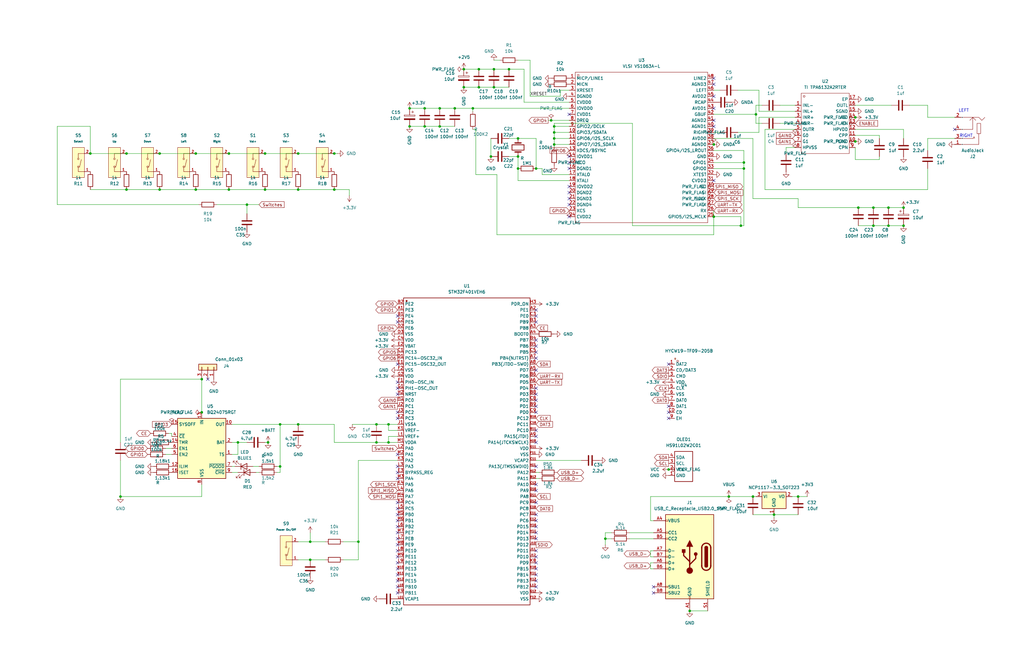
<source format=kicad_sch>
(kicad_sch (version 20250114) (generator "eeschema") (generator_version "9.0")
  (paper "USLedger")
  (text "RIGHT" (at 407.416 57.404 0) (effects (font (size 1.27 1.27))))
  (text "LEFT" (at 406.4 46.736 0) (effects (font (size 1.27 1.27))))
  (junction (at 185.42 53.34))
  (junction (at 163.83 186.69))
  (junction (at 118.11 196.85))
  (junction (at 233.68 58.42))
  (junction (at 255.27 227.33))
  (junction (at 85.09 160.02))
  (junction (at 85.09 173.99))
  (junction (at 317.5 209.55))
  (junction (at 214.63 29.21))
  (junction (at 130.81 228.6))
  (junction (at 218.44 58.42))
  (junction (at 96.52 80.01))
  (junction (at 233.68 55.88))
  (junction (at 53.34 64.77))
  (junction (at 312.42 95.25))
  (junction (at 111.76 64.77))
  (junction (at 233.68 53.34))
  (junction (at 130.81 236.22))
  (junction (at 113.03 186.69))
  (junction (at 179.07 45.72))
  (junction (at 368.3 95.25))
  (junction (at 125.73 179.07))
  (junction (at 374.65 87.63))
  (junction (at 140.97 80.01))
  (junction (at 381 95.25))
  (junction (at 111.76 80.01))
  (junction (at 361.95 87.63))
  (junction (at 140.97 64.77))
  (junction (at 281.94 198.12))
  (junction (at 290.83 257.81))
  (junction (at 67.31 80.01))
  (junction (at 201.93 29.21))
  (junction (at 208.28 29.21))
  (junction (at 336.55 209.55))
  (junction (at 208.28 36.83))
  (junction (at 313.69 68.58))
  (junction (at 300.99 91.44))
  (junction (at 82.55 80.01))
  (junction (at 38.1 64.77))
  (junction (at 158.75 179.07))
  (junction (at 232.41 50.8))
  (junction (at 201.93 36.83))
  (junction (at 163.83 179.07))
  (junction (at 158.75 186.69))
  (junction (at 151.13 228.6))
  (junction (at 318.77 48.26))
  (junction (at 207.01 66.04))
  (junction (at 218.44 66.04))
  (junction (at 368.3 87.63))
  (junction (at 199.39 45.72))
  (junction (at 381 87.63))
  (junction (at 125.73 80.01))
  (junction (at 185.42 45.72))
  (junction (at 300.99 60.96))
  (junction (at 172.72 45.72))
  (junction (at 179.07 53.34))
  (junction (at 326.39 217.17))
  (junction (at 172.72 53.34))
  (junction (at 195.58 29.21))
  (junction (at 125.73 64.77))
  (junction (at 191.77 45.72))
  (junction (at 104.14 86.36))
  (junction (at 307.34 209.55))
  (junction (at 233.68 60.96))
  (junction (at 50.8 209.55))
  (junction (at 100.33 186.69))
  (junction (at 118.11 179.07))
  (junction (at 67.31 64.77))
  (junction (at 360.68 59.69))
  (junction (at 82.55 64.77))
  (junction (at 360.68 49.53))
  (junction (at 218.44 71.12))
  (junction (at 226.06 71.12))
  (junction (at 96.52 64.77))
  (junction (at 313.69 71.12))
  (junction (at 53.34 80.01))
  (junction (at 195.58 36.83))
  (junction (at 374.65 95.25))
  (no_connect (at 226.06 234.95))
  (no_connect (at 240.03 91.44))
  (no_connect (at 281.94 173.99))
  (no_connect (at 226.06 184.15))
  (no_connect (at 402.59 54.61))
  (no_connect (at 167.64 196.85))
  (no_connect (at 240.03 83.82))
  (no_connect (at 167.64 247.65))
  (no_connect (at 167.64 232.41))
  (no_connect (at 240.03 68.58))
  (no_connect (at 226.06 133.35))
  (no_connect (at 167.64 153.67))
  (no_connect (at 300.99 53.34))
  (no_connect (at 226.06 207.01))
  (no_connect (at 167.64 135.89))
  (no_connect (at 167.64 217.17))
  (no_connect (at 167.64 161.29))
  (no_connect (at 226.06 166.37))
  (no_connect (at 226.06 173.99))
  (no_connect (at 167.64 229.87))
  (no_connect (at 226.06 130.81))
  (no_connect (at 167.64 191.77))
  (no_connect (at 167.64 219.71))
  (no_connect (at 240.03 66.04))
  (no_connect (at 226.06 217.17))
  (no_connect (at 167.64 245.11))
  (no_connect (at 226.06 156.21))
  (no_connect (at 226.06 204.47))
  (no_connect (at 240.03 86.36))
  (no_connect (at 167.64 224.79))
  (no_connect (at 167.64 227.33))
  (no_connect (at 226.06 242.57))
  (no_connect (at 300.99 35.56))
  (no_connect (at 226.06 135.89))
  (no_connect (at 167.64 212.09))
  (no_connect (at 167.64 214.63))
  (no_connect (at 226.06 143.51))
  (no_connect (at 226.06 237.49))
  (no_connect (at 226.06 181.61))
  (no_connect (at 226.06 163.83))
  (no_connect (at 167.64 163.83))
  (no_connect (at 226.06 212.09))
  (no_connect (at 226.06 196.85))
  (no_connect (at 226.06 245.11))
  (no_connect (at 167.64 242.57))
  (no_connect (at 167.64 201.93))
  (no_connect (at 240.03 48.26))
  (no_connect (at 87.63 160.02))
  (no_connect (at 167.64 199.39))
  (no_connect (at 275.59 247.65))
  (no_connect (at 226.06 232.41))
  (no_connect (at 300.99 33.02))
  (no_connect (at 226.06 219.71))
  (no_connect (at 240.03 78.74))
  (no_connect (at 167.64 237.49))
  (no_connect (at 167.64 234.95))
  (no_connect (at 167.64 222.25))
  (no_connect (at 226.06 224.79))
  (no_connect (at 226.06 148.59))
  (no_connect (at 226.06 146.05))
  (no_connect (at 226.06 168.91))
  (no_connect (at 226.06 247.65))
  (no_connect (at 240.03 71.12))
  (no_connect (at 167.64 166.37))
  (no_connect (at 281.94 153.67))
  (no_connect (at 167.64 173.99))
  (no_connect (at 300.99 76.2))
  (no_connect (at 226.06 171.45))
  (no_connect (at 226.06 227.33))
  (no_connect (at 167.64 176.53))
  (no_connect (at 226.06 222.25))
  (no_connect (at 240.03 81.28))
  (no_connect (at 167.64 133.35))
  (no_connect (at 275.59 250.19))
  (no_connect (at 281.94 171.45))
  (no_connect (at 281.94 176.53))
  (no_connect (at 300.99 50.8))
  (no_connect (at 226.06 240.03))
  (no_connect (at 167.64 250.19))
  (no_connect (at 226.06 186.69))
  (no_connect (at 300.99 45.72))
  (no_connect (at 167.64 240.03))
  (no_connect (at 226.06 151.13))
  (no_connect (at 300.99 40.64))
  (wire (pts (xy 38.1 64.77) (xy 53.34 64.77)))
  (wire (pts (xy 72.39 184.15) (xy 72.39 182.88)))
  (wire (pts (xy 312.42 95.25) (xy 312.42 91.44)))
  (wire (pts (xy 313.69 95.25) (xy 312.42 95.25)))
  (wire (pts (xy 218.44 71.12) (xy 218.44 76.2)))
  (wire (pts (xy 233.68 58.42) (xy 233.68 60.96)))
  (wire (pts (xy 383.54 44.45) (xy 391.16 44.45)))
  (wire (pts (xy 223.52 40.64) (xy 223.52 25.4)))
  (wire (pts (xy 307.34 209.55) (xy 274.32 209.55)))
  (wire (pts (xy 226.06 194.31) (xy 245.11 194.31)))
  (wire (pts (xy 300.99 99.06) (xy 209.55 99.06)))
  (wire (pts (xy 82.55 64.77) (xy 96.52 64.77)))
  (wire (pts (xy 313.69 63.5) (xy 313.69 68.58)))
  (wire (pts (xy 163.83 184.15) (xy 163.83 186.69)))
  (wire (pts (xy 214.63 29.21) (xy 220.98 29.21)))
  (wire (pts (xy 360.68 67.31) (xy 370.84 67.31)))
  (wire (pts (xy 144.78 236.22) (xy 151.13 236.22)))
  (wire (pts (xy 104.14 86.36) (xy 104.14 90.17)))
  (wire (pts (xy 381 95.25) (xy 374.65 95.25)))
  (wire (pts (xy 67.31 64.77) (xy 82.55 64.77)))
  (wire (pts (xy 140.97 186.69) (xy 158.75 186.69)))
  (wire (pts (xy 226.06 71.12) (xy 228.6 71.12)))
  (wire (pts (xy 85.09 160.02) (xy 50.8 160.02)))
  (wire (pts (xy 322.58 80.01) (xy 391.16 80.01)))
  (wire (pts (xy 125.73 236.22) (xy 130.81 236.22)))
  (wire (pts (xy 72.39 182.88) (xy 71.12 182.88)))
  (wire (pts (xy 335.28 62.23) (xy 331.47 62.23)))
  (wire (pts (xy 381 87.63) (xy 374.65 87.63)))
  (wire (pts (xy 336.55 209.55) (xy 340.36 209.55)))
  (wire (pts (xy 360.68 44.45) (xy 375.92 44.45)))
  (wire (pts (xy 240.03 38.1) (xy 236.22 38.1)))
  (wire (pts (xy 69.85 189.23) (xy 72.39 189.23)))
  (wire (pts (xy 151.13 194.31) (xy 151.13 228.6)))
  (wire (pts (xy 274.32 232.41) (xy 275.59 232.41)))
  (wire (pts (xy 67.31 80.01) (xy 82.55 80.01)))
  (wire (pts (xy 179.07 45.72) (xy 185.42 45.72)))
  (wire (pts (xy 266.7 95.25) (xy 312.42 95.25)))
  (wire (pts (xy 233.68 60.96) (xy 240.03 60.96)))
  (wire (pts (xy 374.65 95.25) (xy 368.3 95.25)))
  (wire (pts (xy 255.27 227.33) (xy 255.27 224.79)))
  (wire (pts (xy 158.75 186.69) (xy 163.83 186.69)))
  (wire (pts (xy 275.59 234.95) (xy 274.32 234.95)))
  (wire (pts (xy 214.63 66.04) (xy 218.44 66.04)))
  (wire (pts (xy 360.68 57.15) (xy 370.84 57.15)))
  (wire (pts (xy 151.13 228.6) (xy 151.13 236.22)))
  (wire (pts (xy 208.28 36.83) (xy 214.63 36.83)))
  (wire (pts (xy 236.22 38.1) (xy 236.22 40.64)))
  (wire (pts (xy 265.43 227.33) (xy 275.59 227.33)))
  (wire (pts (xy 317.5 83.82) (xy 317.5 58.42)))
  (wire (pts (xy 240.03 53.34) (xy 233.68 53.34)))
  (wire (pts (xy 97.79 191.77) (xy 100.33 191.77)))
  (wire (pts (xy 38.1 64.77) (xy 38.1 53.34)))
  (wire (pts (xy 106.68 196.85) (xy 109.22 196.85)))
  (wire (pts (xy 318.77 52.07) (xy 318.77 48.26)))
  (wire (pts (xy 218.44 76.2) (xy 240.03 76.2)))
  (wire (pts (xy 318.77 48.26) (xy 318.77 44.45)))
  (wire (pts (xy 130.81 236.22) (xy 137.16 236.22)))
  (wire (pts (xy 336.55 83.82) (xy 317.5 83.82)))
  (wire (pts (xy 167.64 194.31) (xy 151.13 194.31)))
  (wire (pts (xy 200.66 54.61) (xy 199.39 54.61)))
  (wire (pts (xy 100.33 186.69) (xy 104.14 186.69)))
  (wire (pts (xy 317.5 217.17) (xy 326.39 217.17)))
  (wire (pts (xy 85.09 160.02) (xy 85.09 173.99)))
  (wire (pts (xy 233.68 55.88) (xy 233.68 58.42)))
  (wire (pts (xy 97.79 179.07) (xy 118.11 179.07)))
  (wire (pts (xy 317.5 58.42) (xy 300.99 58.42)))
  (wire (pts (xy 214.63 58.42) (xy 218.44 58.42)))
  (wire (pts (xy 300.99 48.26) (xy 318.77 48.26)))
  (wire (pts (xy 50.8 160.02) (xy 50.8 186.69)))
  (wire (pts (xy 220.98 43.18) (xy 240.03 43.18)))
  (wire (pts (xy 199.39 45.72) (xy 240.03 45.72)))
  (wire (pts (xy 140.97 179.07) (xy 140.97 186.69)))
  (wire (pts (xy 97.79 186.69) (xy 100.33 186.69)))
  (wire (pts (xy 275.59 240.03) (xy 274.32 240.03)))
  (wire (pts (xy 320.04 38.1) (xy 320.04 46.99)))
  (wire (pts (xy 321.31 52.07) (xy 318.77 52.07)))
  (wire (pts (xy 336.55 87.63) (xy 336.55 83.82)))
  (wire (pts (xy 209.55 73.66) (xy 209.55 99.06)))
  (wire (pts (xy 320.04 46.99) (xy 335.28 46.99)))
  (wire (pts (xy 257.81 227.33) (xy 255.27 227.33)))
  (wire (pts (xy 130.81 224.79) (xy 130.81 228.6)))
  (wire (pts (xy 391.16 58.42) (xy 391.16 63.5)))
  (wire (pts (xy 266.7 95.25) (xy 266.7 52.07)))
  (wire (pts (xy 233.68 60.96) (xy 233.68 62.23)))
  (wire (pts (xy 107.95 199.39) (xy 109.22 199.39)))
  (wire (pts (xy 360.68 62.23) (xy 360.68 67.31)))
  (wire (pts (xy 317.5 209.55) (xy 318.77 209.55)))
  (wire (pts (xy 236.22 40.64) (xy 223.52 40.64)))
  (wire (pts (xy 158.75 179.07) (xy 163.83 179.07)))
  (wire (pts (xy 208.28 25.4) (xy 210.82 25.4)))
  (wire (pts (xy 368.3 95.25) (xy 361.95 95.25)))
  (wire (pts (xy 179.07 53.34) (xy 185.42 53.34)))
  (wire (pts (xy 300.99 38.1) (xy 303.53 38.1)))
  (wire (pts (xy 118.11 179.07) (xy 118.11 196.85)))
  (wire (pts (xy 185.42 53.34) (xy 191.77 53.34)))
  (wire (pts (xy 228.6 71.12) (xy 228.6 73.66)))
  (wire (pts (xy 381 54.61) (xy 381 58.42)))
  (wire (pts (xy 231.14 50.8) (xy 232.41 50.8)))
  (wire (pts (xy 111.76 80.01) (xy 125.73 80.01)))
  (wire (pts (xy 201.93 29.21) (xy 208.28 29.21)))
  (wire (pts (xy 331.47 62.23) (xy 331.47 64.77)))
  (wire (pts (xy 360.68 54.61) (xy 381 54.61)))
  (wire (pts (xy 38.1 53.34) (xy 24.13 53.34)))
  (wire (pts (xy 300.99 71.12) (xy 313.69 71.12)))
  (wire (pts (xy 201.93 36.83) (xy 208.28 36.83)))
  (wire (pts (xy 233.68 58.42) (xy 240.03 58.42)))
  (wire (pts (xy 220.98 29.21) (xy 220.98 43.18)))
  (wire (pts (xy 370.84 66.04) (xy 370.84 67.31)))
  (wire (pts (xy 300.99 68.58) (xy 313.69 68.58)))
  (wire (pts (xy 100.33 186.69) (xy 100.33 191.77)))
  (wire (pts (xy 257.81 224.79) (xy 255.27 224.79)))
  (wire (pts (xy 97.79 196.85) (xy 99.06 196.85)))
  (wire (pts (xy 255.27 227.33) (xy 255.27 229.87)))
  (wire (pts (xy 326.39 217.17) (xy 326.39 218.44)))
  (wire (pts (xy 274.32 237.49) (xy 275.59 237.49)))
  (wire (pts (xy 265.43 224.79) (xy 275.59 224.79)))
  (wire (pts (xy 50.8 209.55) (xy 85.09 209.55)))
  (wire (pts (xy 96.52 80.01) (xy 111.76 80.01)))
  (wire (pts (xy 185.42 45.72) (xy 191.77 45.72)))
  (wire (pts (xy 391.16 71.12) (xy 391.16 80.01)))
  (wire (pts (xy 125.73 228.6) (xy 130.81 228.6)))
  (wire (pts (xy 320.04 49.53) (xy 320.04 55.88)))
  (wire (pts (xy 326.39 217.17) (xy 336.55 217.17)))
  (wire (pts (xy 290.83 257.81) (xy 298.45 257.81)))
  (wire (pts (xy 266.7 52.07) (xy 233.68 52.07)))
  (wire (pts (xy 226.06 201.93) (xy 227.33 201.93)))
  (wire (pts (xy 38.1 80.01) (xy 53.34 80.01)))
  (wire (pts (xy 118.11 179.07) (xy 125.73 179.07)))
  (wire (pts (xy 322.58 54.61) (xy 322.58 80.01)))
  (wire (pts (xy 199.39 45.72) (xy 199.39 46.99)))
  (wire (pts (xy 274.32 240.03) (xy 274.32 237.49)))
  (wire (pts (xy 274.32 219.71) (xy 275.59 219.71)))
  (wire (pts (xy 140.97 64.77) (xy 142.24 64.77)))
  (wire (pts (xy 228.6 73.66) (xy 240.03 73.66)))
  (wire (pts (xy 300.99 63.5) (xy 313.69 63.5)))
  (wire (pts (xy 200.66 73.66) (xy 200.66 54.61)))
  (wire (pts (xy 172.72 53.34) (xy 179.07 53.34)))
  (wire (pts (xy 104.14 86.36) (xy 109.22 86.36)))
  (wire (pts (xy 370.84 57.15) (xy 370.84 58.42)))
  (wire (pts (xy 125.73 64.77) (xy 140.97 64.77)))
  (wire (pts (xy 85.09 209.55) (xy 85.09 204.47)))
  (wire (pts (xy 195.58 29.21) (xy 201.93 29.21)))
  (wire (pts (xy 125.73 80.01) (xy 140.97 80.01)))
  (wire (pts (xy 118.11 196.85) (xy 118.11 199.39)))
  (wire (pts (xy 335.28 52.07) (xy 328.93 52.07)))
  (wire (pts (xy 300.99 88.9) (xy 300.99 91.44)))
  (wire (pts (xy 274.32 234.95) (xy 274.32 232.41)))
  (wire (pts (xy 116.84 196.85) (xy 118.11 196.85)))
  (wire (pts (xy 167.64 181.61) (xy 163.83 181.61)))
  (wire (pts (xy 218.44 25.4) (xy 223.52 25.4)))
  (wire (pts (xy 163.83 179.07) (xy 167.64 179.07)))
  (wire (pts (xy 233.68 53.34) (xy 233.68 55.88)))
  (wire (pts (xy 24.13 86.36) (xy 83.82 86.36)))
  (wire (pts (xy 97.79 199.39) (xy 100.33 199.39)))
  (wire (pts (xy 320.04 55.88) (xy 311.15 55.88)))
  (wire (pts (xy 91.44 86.36) (xy 104.14 86.36)))
  (wire (pts (xy 207.01 58.42) (xy 207.01 66.04)))
  (wire (pts (xy 226.06 199.39) (xy 227.33 199.39)))
  (wire (pts (xy 147.32 80.01) (xy 147.32 82.55)))
  (wire (pts (xy 311.15 38.1) (xy 320.04 38.1)))
  (wire (pts (xy 274.32 209.55) (xy 274.32 219.71)))
  (wire (pts (xy 374.65 87.63) (xy 368.3 87.63)))
  (wire (pts (xy 53.34 64.77) (xy 67.31 64.77)))
  (wire (pts (xy 318.77 44.45) (xy 321.31 44.45)))
  (wire (pts (xy 402.59 58.42) (xy 391.16 58.42)))
  (wire (pts (xy 303.53 55.88) (xy 300.99 55.88)))
  (wire (pts (xy 391.16 49.53) (xy 402.59 49.53)))
  (wire (pts (xy 172.72 45.72) (xy 179.07 45.72)))
  (wire (pts (xy 233.68 55.88) (xy 240.03 55.88)))
  (wire (pts (xy 335.28 49.53) (xy 320.04 49.53)))
  (wire (pts (xy 233.68 52.07) (xy 233.68 53.34)))
  (wire (pts (xy 335.28 54.61) (xy 322.58 54.61)))
  (wire (pts (xy 140.97 80.01) (xy 147.32 80.01)))
  (wire (pts (xy 313.69 71.12) (xy 313.69 95.25)))
  (wire (pts (xy 53.34 80.01) (xy 67.31 80.01)))
  (wire (pts (xy 313.69 68.58) (xy 313.69 71.12)))
  (wire (pts (xy 226.06 58.42) (xy 226.06 71.12)))
  (wire (pts (xy 218.44 66.04) (xy 218.44 71.12)))
  (wire (pts (xy 300.99 99.06) (xy 300.99 91.44)))
  (wire (pts (xy 368.3 87.63) (xy 361.95 87.63)))
  (wire (pts (xy 209.55 73.66) (xy 200.66 73.66)))
  (wire (pts (xy 163.83 186.69) (xy 167.64 186.69)))
  (wire (pts (xy 195.58 36.83) (xy 201.93 36.83)))
  (wire (pts (xy 328.93 44.45) (xy 335.28 44.45)))
  (wire (pts (xy 111.76 64.77) (xy 125.73 64.77)))
  (wire (pts (xy 334.01 209.55) (xy 336.55 209.55)))
  (wire (pts (xy 232.41 50.8) (xy 240.03 50.8)))
  (wire (pts (xy 144.78 228.6) (xy 151.13 228.6)))
  (wire (pts (xy 218.44 58.42) (xy 226.06 58.42)))
  (wire (pts (xy 111.76 186.69) (xy 113.03 186.69)))
  (wire (pts (xy 208.28 29.21) (xy 214.63 29.21)))
  (wire (pts (xy 158.75 179.07) (xy 148.59 179.07)))
  (wire (pts (xy 96.52 64.77) (xy 111.76 64.77)))
  (wire (pts (xy 82.55 80.01) (xy 96.52 80.01)))
  (wire (pts (xy 191.77 45.72) (xy 199.39 45.72)))
  (wire (pts (xy 167.64 184.15) (xy 163.83 184.15)))
  (wire (pts (xy 312.42 91.44) (xy 300.99 91.44)))
  (wire (pts (xy 125.73 179.07) (xy 140.97 179.07)))
  (wire (pts (xy 69.85 191.77) (xy 72.39 191.77)))
  (wire (pts (xy 50.8 194.31) (xy 50.8 209.55)))
  (wire (pts (xy 391.16 49.53) (xy 391.16 44.45)))
  (wire (pts (xy 24.13 53.34) (xy 24.13 86.36)))
  (wire (pts (xy 361.95 87.63) (xy 336.55 87.63)))
  (wire (pts (xy 307.34 209.55) (xy 317.5 209.55)))
  (wire (pts (xy 116.84 199.39) (xy 118.11 199.39)))
  (wire (pts (xy 163.83 181.61) (xy 163.83 179.07)))
  (wire (pts (xy 130.81 228.6) (xy 137.16 228.6)))
  (label "XRESET" (at 223.52 40.64 0))
  (global_label "ENABLE" (shape input) (at 360.68 52.07 0) (property "Intersheetrefs" "${INTERSHEET_REFS}" (effects (hide yes))))
  (global_label "DAT0" (shape output) (at 281.94 168.91 180) (property "Intersheetrefs" "${INTERSHEET_REFS}" (effects (hide yes))))
  (global_label "Switches" (shape input) (at 167.64 189.23 180) (property "Intersheetrefs" "${INTERSHEET_REFS}" (effects (hide yes))))
  (global_label "SCL" (shape output) (at 281.94 195.58 180) (property "Intersheetrefs" "${INTERSHEET_REFS}" (effects (hide yes))))
  (global_label "GPIO5" (shape output) (at 167.64 148.59 180) (property "Intersheetrefs" "${INTERSHEET_REFS}" (effects (hide yes))))
  (global_label "GPIO0" (shape bidirectional) (at 167.64 128.27 180) (property "Intersheetrefs" "${INTERSHEET_REFS}" (effects (hide yes))))
  (global_label "GAIN0" (shape input) (at 335.28 57.15 180) (property "Intersheetrefs" "${INTERSHEET_REFS}" (effects (hide yes))))
  (global_label "SPI1_MISO" (shape input) (at 167.64 207.01 180) (property "Intersheetrefs" "${INTERSHEET_REFS}" (effects (hide yes))))
  (global_label "SCL" (shape input) (at 226.06 209.55 0) (property "Intersheetrefs" "${INTERSHEET_REFS}" (effects (hide yes))))
  (global_label "USB_D-" (shape bidirectional) (at 274.32 233.68 180) (property "Intersheetrefs" "${INTERSHEET_REFS}" (effects (hide yes))))
  (global_label "GPIO1" (shape bidirectional) (at 62.23 191.77 180) (property "Intersheetrefs" "${INTERSHEET_REFS}" (effects (hide yes))))
  (global_label "SPI1_SCK" (shape output) (at 167.64 204.47 180) (property "Intersheetrefs" "${INTERSHEET_REFS}" (effects (hide yes))))
  (global_label "GPIO3" (shape input) (at 72.39 179.07 180) (property "Intersheetrefs" "${INTERSHEET_REFS}" (effects (hide yes))))
  (global_label "CE" (shape input) (at 226.06 138.43 0) (property "Intersheetrefs" "${INTERSHEET_REFS}" (effects (hide yes))))
  (global_label "SPI1_SCK" (shape input) (at 300.99 83.82 0) (property "Intersheetrefs" "${INTERSHEET_REFS}" (effects (hide yes))))
  (global_label "DAT0" (shape input) (at 226.06 214.63 0) (property "Intersheetrefs" "${INTERSHEET_REFS}" (effects (hide yes))))
  (global_label "DAT3" (shape input) (at 226.06 179.07 0) (property "Intersheetrefs" "${INTERSHEET_REFS}" (effects (hide yes))))
  (global_label "UART-TX" (shape bidirectional) (at 300.99 86.36 0) (property "Intersheetrefs" "${INTERSHEET_REFS}" (effects (hide yes))))
  (global_label "USB_D+" (shape bidirectional) (at 234.95 199.39 0) (property "Intersheetrefs" "${INTERSHEET_REFS}" (effects (hide yes))))
  (global_label "SDA" (shape output) (at 281.94 193.04 180) (property "Intersheetrefs" "${INTERSHEET_REFS}" (effects (hide yes))))
  (global_label "SPI1_MISO" (shape output) (at 300.99 78.74 0) (property "Intersheetrefs" "${INTERSHEET_REFS}" (effects (hide yes))))
  (global_label "CLK" (shape output) (at 281.94 163.83 180) (property "Intersheetrefs" "${INTERSHEET_REFS}" (effects (hide yes))))
  (global_label "GPIO6" (shape input) (at 240.03 63.5 180) (property "Intersheetrefs" "${INTERSHEET_REFS}" (effects (hide yes))))
  (global_label "SDIO" (shape output) (at 226.06 229.87 0) (property "Intersheetrefs" "${INTERSHEET_REFS}" (effects (hide yes))))
  (global_label "GPIO1" (shape bidirectional) (at 167.64 130.81 180) (property "Intersheetrefs" "${INTERSHEET_REFS}" (effects (hide yes))))
  (global_label "GPIO4" (shape input) (at 167.64 138.43 180) (property "Intersheetrefs" "${INTERSHEET_REFS}" (effects (hide yes))))
  (global_label "SPI1_MOSI" (shape input) (at 300.99 81.28 0) (property "Intersheetrefs" "${INTERSHEET_REFS}" (effects (hide yes))))
  (global_label "SDA" (shape input) (at 226.06 153.67 0) (property "Intersheetrefs" "${INTERSHEET_REFS}" (effects (hide yes))))
  (global_label "CLK" (shape input) (at 226.06 176.53 0) (property "Intersheetrefs" "${INTERSHEET_REFS}" (effects (hide yes))))
  (global_label "DAT3" (shape output) (at 281.94 156.21 180) (property "Intersheetrefs" "${INTERSHEET_REFS}" (effects (hide yes))))
  (global_label "SDIO" (shape output) (at 281.94 158.75 180) (property "Intersheetrefs" "${INTERSHEET_REFS}" (effects (hide yes))))
  (global_label "USB_D-" (shape bidirectional) (at 234.95 201.93 0) (property "Intersheetrefs" "${INTERSHEET_REFS}" (effects (hide yes))))
  (global_label "GAIN0" (shape output) (at 167.64 168.91 180) (property "Intersheetrefs" "${INTERSHEET_REFS}" (effects (hide yes))))
  (global_label "CE" (shape bidirectional) (at 63.5 182.88 180) (property "Intersheetrefs" "${INTERSHEET_REFS}" (effects (hide yes))))
  (global_label "GAIN1" (shape output) (at 167.64 171.45 180) (property "Intersheetrefs" "${INTERSHEET_REFS}" (effects (hide yes))))
  (global_label "GAIN1" (shape input) (at 335.28 59.69 180) (property "Intersheetrefs" "${INTERSHEET_REFS}" (effects (hide yes))))
  (global_label "GPIO5" (shape input) (at 240.03 88.9 180) (property "Intersheetrefs" "${INTERSHEET_REFS}" (effects (hide yes))))
  (global_label "GPIO6" (shape output) (at 167.64 151.13 180) (property "Intersheetrefs" "${INTERSHEET_REFS}" (effects (hide yes))))
  (global_label "GPIO0" (shape bidirectional) (at 62.23 189.23 180) (property "Intersheetrefs" "${INTERSHEET_REFS}" (effects (hide yes))))
  (global_label "UART-TX" (shape input) (at 226.06 161.29 0) (property "Intersheetrefs" "${INTERSHEET_REFS}" (effects (hide yes))))
  (global_label "Switches" (shape input) (at 109.22 86.36 0) (property "Intersheetrefs" "${INTERSHEET_REFS}" (effects (hide yes))))
  (global_label "SPI1_MOSI" (shape output) (at 167.64 209.55 180) (property "Intersheetrefs" "${INTERSHEET_REFS}" (effects (hide yes))))
  (global_label "USB_D+" (shape bidirectional) (at 274.32 238.76 180) (property "Intersheetrefs" "${INTERSHEET_REFS}" (effects (hide yes))))
  (global_label "UART-RX" (shape bidirectional) (at 300.99 88.9 0) (property "Intersheetrefs" "${INTERSHEET_REFS}" (effects (hide yes))))
  (global_label "UART-RX" (shape input) (at 226.06 158.75 0) (property "Intersheetrefs" "${INTERSHEET_REFS}" (effects (hide yes))))
  (global_label "GPIO4" (shape output) (at 231.14 50.8 180) (property "Intersheetrefs" "${INTERSHEET_REFS}" (effects (hide yes))))
  (symbol (lib_id "power:GND") (at 226.06 252.73 90) (unit 1)
    (property "Reference" "#PWR017" (effects (hide yes)))
    (property "Value" "GND" (at 229.87 252.7299 90) (effects (justify right)))
    (property "Description" "Power symbol creates a global label with name \"GND\" , ground" (effects (hide yes)))
  )
  (symbol (lib_id "Device:R") (at 199.39 50.8 0) (mirror x) (unit 1)
    (property "Reference" "100K2" (at 202.692 56.642 0))
    (property "Value" "R" (at 200.66 54.61 0))
    (property "Footprint" "Resistor_SMD:R_0201_0603Metric_Pad0.64x0.40mm_HandSolder" (effects (hide yes)))
    (property "Description" "Resistor" (effects (hide yes)))
  )
  (symbol (lib_id "Device:R") (at 261.62 227.33 270) (unit 1)
    (property "Reference" "R6" (at 261.62 232.156 90))
    (property "Value" "5.1k" (at 261.62 229.616 90))
    (property "Footprint" "Resistor_SMD:R_0201_0603Metric_Pad0.64x0.40mm_HandSolder" (effects (hide yes)))
    (property "Description" "Resistor" (effects (hide yes)))
  )
  (symbol (lib_id "Device:R") (at 140.97 228.6 90) (unit 1)
    (property "Reference" "R21" (at 140.97 224.79 90))
    (property "Value" "10k" (at 140.97 222.25 90))
    (property "Footprint" "Resistor_SMD:R_0201_0603Metric_Pad0.64x0.40mm_HandSolder" (effects (hide yes)))
    (property "Description" "Resistor" (effects (hide yes)))
  )
  (symbol (lib_id "EasyEDA_Lib:TPA6132A2RTER") (at 347.98 52.07 0) (unit 1)
    (property "Reference" "U2" (at 347.98 34.29 0))
    (property "Value" "TI TPA6132A2RTER" (at 347.98 36.83 0))
    (property "Footprint" "EasyEDA_Lib:WQFN-16_L3.0-W3.0-P0.50-TL-EP1.6" (effects (hide yes)))
    (property "Datasheet" "https://www.ti.com/cn/lit/gpn/tpa6132a2" (effects (hide yes)))
    (property "Description" "Type of Power Amplifier:AB类功放 Speaker Channels:双声道 Output Power: Supply Voltage:2.3V~5.5V Supply Voltage:2.3V~5.5V Operating Temperature:-40°C~+85°C Operating Temperature:-40°C~+85°C" (effects (hide yes)))
    (property "Manufacturer Part" "TPA6132A2RTER" (effects (hide yes)))
    (property "Manufacturer" "TI(德州仪器)" (effects (hide yes)))
    (property "Supplier Part" "C69901" (effects (hide yes)))
    (property "Supplier" "LCSC" (effects (hide yes)))
    (property "LCSC Part Name" "TPA6132A2RTER" (effects (hide yes)))
  )
  (symbol (lib_id "Connector:USB_C_Receptacle_USB2.0_16P") (at 290.83 234.95 0) (mirror y) (unit 1)
    (property "Reference" "J1" (at 290.83 212.09 0))
    (property "Value" "USB_C_Receptacle_USB2.0_16P" (at 290.83 214.63 0))
    (property "Footprint" "Connector_USB:USB_C_Receptacle_Palconn_UTC16-G" (effects (hide yes)))
    (property "Datasheet" "https://www.usb.org/sites/default/files/documents/usb_type-c.zip" (effects (hide yes)))
    (property "Description" "USB 2.0-only 16P Type-C Receptacle connector" (effects (hide yes)))
  )
  (symbol (lib_id "Device:R") (at 140.97 76.2 180) (unit 1)
    (property "Reference" "R18" (at 135.89 77.47 0))
    (property "Value" "1k" (at 135.89 74.93 0))
    (property "Footprint" "Resistor_SMD:R_0201_0603Metric_Pad0.64x0.40mm_HandSolder" (effects (hide yes)))
    (property "Description" "Resistor" (effects (hide yes)))
  )
  (symbol (lib_id "PCM_4ms_Power-symbol:PWR_FLAG") (at 300.99 86.36 90) (unit 1)
    (property "Reference" "#FLG011" (effects (hide yes)))
    (property "Value" "PWR_FLAG" (at 297.18 86.3599 90) (effects (justify left)))
  )
  (symbol (lib_id "power:GND") (at 167.64 156.21 270) (unit 1)
    (property "Reference" "#PWR043" (effects (hide yes)))
    (property "Value" "GND" (at 163.83 156.2099 90) (effects (justify right)))
    (property "Description" "Power symbol creates a global label with name \"GND\" , ground" (effects (hide yes)))
  )
  (symbol (lib_id "Device:R") (at 67.31 76.2 180) (unit 1)
    (property "Reference" "R13" (at 62.23 77.47 0))
    (property "Value" "1k" (at 62.23 74.93 0))
    (property "Footprint" "Resistor_SMD:R_0201_0603Metric_Pad0.64x0.40mm_HandSolder" (effects (hide yes)))
    (property "Description" "Resistor" (effects (hide yes)))
  )
  (symbol (lib_id "Device:C") (at 325.12 44.45 90) (unit 1)
    (property "Reference" "C3" (at 325.12 36.83 90))
    (property "Value" "1uf" (at 325.12 39.37 90))
    (property "Footprint" "Capacitor_SMD:C_0201_0603Metric_Pad0.64x0.40mm_HandSolder" (effects (hide yes)))
    (property "Description" "Unpolarized capacitor" (effects (hide yes)))
  )
  (symbol (lib_id "PCM_JLCPCB-Connectors_Buttons:Tactile Button, 160gf, 12V, 50mA, 4.0mm") (at 135.89 69.85 180) (unit 1)
    (property "Reference" "S4" (at 135.89 57.15 0))
    (property "Value" "Back" (at 135.89 59.69 0) (effects (font (size 0.8 0.8))))
    (property "Footprint" "PCM_JLCPCB:SW_TS-1088-AR02016" (effects (hide yes)))
    (property "Datasheet" "https://www.lcsc.com/datasheet/lcsc_datasheet_2304140030_XUNPU-TS-1088-AR02016_C720477.pdf" (effects (hide yes)))
    (property "Description" "Without 50mA 4mm 100MΩ 100000 Times 12V 160gf 3mm 2mm Round Button Standing paste SPST SMD Tactile Switches ROHS" (effects (hide yes)))
    (property "LCSC" "C720477" (effects (hide yes)))
    (property "Stock" "346801" (effects (hide yes)))
    (property "Price" "0.044USD" (effects (hide yes)))
    (property "Process" "SMT" (effects (hide yes)))
    (property "Minimum Qty" "5" (effects (hide yes)))
    (property "Attrition Qty" "4" (effects (hide yes)))
    (property "Class" "Basic Component" (effects (hide yes)))
    (property "Category" "Switches,Tactile Switches" (effects (hide yes)))
    (property "Manufacturer" "XUNPU" (effects (hide yes)))
    (property "Part" "TS-1088-AR02016" (effects (hide yes)))
    (property "Switch Length" "4mm" (effects (hide yes)))
    (property "Voltage Rating (Dc)" "12V" (effects (hide yes)))
    (property "With Lamp" "No" (effects (hide yes)))
    (property "Operating Force" "160gf@±50gf" (effects (hide yes)))
    (property "Actuator/Cap Color" "Black" (effects (hide yes)))
    (property "Mechanical Life" "100000 Times" (effects (hide yes)))
    (property "Strike Gundam" "NO" (effects (hide yes)))
    (property "Circuit" "SPST" (effects (hide yes)))
    (property "Switch Height" "2mm" (effects (hide yes)))
    (property "Actuator Style" "Round Button" (effects (hide yes)))
    (property "Switch Width" "3mm" (effects (hide yes)))
    (property "Contact Current" "50mA" (effects (hide yes)))
    (property "Operating Temperature" "-30°C~+80°C" (effects (hide yes)))
    (property "Mounting Style" "Brick nogging" (effects (hide yes)))
    (property "Insulation Resistance" "100MΩ" (effects (hide yes)))
    (property "Pin Style" "SMDSplicing" (effects (hide yes)))
  )
  (symbol (lib_id "Device:R") (at 231.14 199.39 90) (unit 1)
    (property "Reference" "R50" (at 230.886 195.834 90))
    (property "Value" "1.8k" (at 231.14 197.358 90))
    (property "Footprint" "Resistor_SMD:R_0201_0603Metric_Pad0.64x0.40mm_HandSolder" (effects (hide yes)))
    (property "Description" "Resistor" (effects (hide yes)))
  )
  (symbol (lib_id "power:+3.3V") (at 381 87.63 0) (unit 1)
    (property "Reference" "#PWR013" (effects (hide yes)))
    (property "Value" "+3.3V" (at 381.762 85.344 0) (effects (justify left)))
    (property "Description" "Power symbol creates a global label with name \"+3.3V\"" (effects (hide yes)))
  )
  (symbol (lib_id "PCM_JLCPCB-Connectors_Buttons:Tactile Button, 160gf, 12V, 50mA, 4.0mm") (at 106.68 69.85 180) (unit 1)
    (property "Reference" "S1" (at 106.68 57.15 0))
    (property "Value" "Vol+" (at 106.68 59.69 0) (effects (font (size 0.8 0.8))))
    (property "Footprint" "PCM_JLCPCB:SW_TS-1088-AR02016" (effects (hide yes)))
    (property "Datasheet" "https://www.lcsc.com/datasheet/lcsc_datasheet_2304140030_XUNPU-TS-1088-AR02016_C720477.pdf" (effects (hide yes)))
    (property "Description" "Without 50mA 4mm 100MΩ 100000 Times 12V 160gf 3mm 2mm Round Button Standing paste SPST SMD Tactile Switches ROHS" (effects (hide yes)))
    (property "LCSC" "C720477" (effects (hide yes)))
    (property "Stock" "346801" (effects (hide yes)))
    (property "Price" "0.044USD" (effects (hide yes)))
    (property "Process" "SMT" (effects (hide yes)))
    (property "Minimum Qty" "5" (effects (hide yes)))
    (property "Attrition Qty" "4" (effects (hide yes)))
    (property "Class" "Basic Component" (effects (hide yes)))
    (property "Category" "Switches,Tactile Switches" (effects (hide yes)))
    (property "Manufacturer" "XUNPU" (effects (hide yes)))
    (property "Part" "TS-1088-AR02016" (effects (hide yes)))
    (property "Switch Length" "4mm" (effects (hide yes)))
    (property "Voltage Rating (Dc)" "12V" (effects (hide yes)))
    (property "With Lamp" "No" (effects (hide yes)))
    (property "Operating Force" "160gf@±50gf" (effects (hide yes)))
    (property "Actuator/Cap Color" "Black" (effects (hide yes)))
    (property "Mechanical Life" "100000 Times" (effects (hide yes)))
    (property "Strike Gundam" "NO" (effects (hide yes)))
    (property "Circuit" "SPST" (effects (hide yes)))
    (property "Switch Height" "2mm" (effects (hide yes)))
    (property "Actuator Style" "Round Button" (effects (hide yes)))
    (property "Switch Width" "3mm" (effects (hide yes)))
    (property "Contact Current" "50mA" (effects (hide yes)))
    (property "Operating Temperature" "-30°C~+80°C" (effects (hide yes)))
    (property "Mounting Style" "Brick nogging" (effects (hide yes)))
    (property "Insulation Resistance" "100MΩ" (effects (hide yes)))
    (property "Pin Style" "SMDSplicing" (effects (hide yes)))
  )
  (symbol (lib_id "power:GND") (at 240.03 40.64 270) (unit 1)
    (property "Reference" "#PWR020" (effects (hide yes)))
    (property "Value" "GND" (at 237.998 41.91 90) (effects (justify right)))
    (property "Description" "Power symbol creates a global label with name \"GND\" , ground" (effects (hide yes)))
  )
  (symbol (lib_id "PCM_JLCPCB-Connectors_Buttons:Tactile Button, 160gf, 12V, 50mA, 4.0mm") (at 91.44 69.85 180) (unit 1)
    (property "Reference" "S2" (at 91.44 57.15 0))
    (property "Value" "Right" (at 91.44 59.69 0) (effects (font (size 0.8 0.8))))
    (property "Footprint" "PCM_JLCPCB:SW_TS-1088-AR02016" (effects (hide yes)))
    (property "Datasheet" "https://www.lcsc.com/datasheet/lcsc_datasheet_2304140030_XUNPU-TS-1088-AR02016_C720477.pdf" (effects (hide yes)))
    (property "Description" "Without 50mA 4mm 100MΩ 100000 Times 12V 160gf 3mm 2mm Round Button Standing paste SPST SMD Tactile Switches ROHS" (effects (hide yes)))
    (property "LCSC" "C720477" (effects (hide yes)))
    (property "Stock" "346801" (effects (hide yes)))
    (property "Price" "0.044USD" (effects (hide yes)))
    (property "Process" "SMT" (effects (hide yes)))
    (property "Minimum Qty" "5" (effects (hide yes)))
    (property "Attrition Qty" "4" (effects (hide yes)))
    (property "Class" "Basic Component" (effects (hide yes)))
    (property "Category" "Switches,Tactile Switches" (effects (hide yes)))
    (property "Manufacturer" "XUNPU" (effects (hide yes)))
    (property "Part" "TS-1088-AR02016" (effects (hide yes)))
    (property "Switch Length" "4mm" (effects (hide yes)))
    (property "Voltage Rating (Dc)" "12V" (effects (hide yes)))
    (property "With Lamp" "No" (effects (hide yes)))
    (property "Operating Force" "160gf@±50gf" (effects (hide yes)))
    (property "Actuator/Cap Color" "Black" (effects (hide yes)))
    (property "Mechanical Life" "100000 Times" (effects (hide yes)))
    (property "Strike Gundam" "NO" (effects (hide yes)))
    (property "Circuit" "SPST" (effects (hide yes)))
    (property "Switch Height" "2mm" (effects (hide yes)))
    (property "Actuator Style" "Round Button" (effects (hide yes)))
    (property "Switch Width" "3mm" (effects (hide yes)))
    (property "Contact Current" "50mA" (effects (hide yes)))
    (property "Operating Temperature" "-30°C~+80°C" (effects (hide yes)))
    (property "Mounting Style" "Brick nogging" (effects (hide yes)))
    (property "Insulation Resistance" "100MΩ" (effects (hide yes)))
    (property "Pin Style" "SMDSplicing" (effects (hide yes)))
  )
  (symbol (lib_id "Device:R") (at 113.03 199.39 270) (unit 1)
    (property "Reference" "1.5k2" (at 113.03 201.676 90))
    (property "Value" "R" (at 110.998 203.708 90))
    (property "Footprint" "Resistor_SMD:R_0201_0603Metric_Pad0.64x0.40mm_HandSolder" (effects (hide yes)))
    (property "Description" "Resistor" (effects (hide yes)))
  )
  (symbol (lib_id "Device:R") (at 229.87 140.97 90) (mirror x) (unit 1)
    (property "Reference" "R7" (at 229.616 144.526 90))
    (property "Value" "10k" (at 229.87 143.002 90))
    (property "Footprint" "Resistor_SMD:R_0201_0603Metric_Pad0.64x0.40mm_HandSolder" (effects (hide yes)))
    (property "Description" "Resistor" (effects (hide yes)))
  )
  (symbol (lib_id "PCM_4ms_Power-symbol:PWR_FLAG") (at 360.68 49.53 90) (unit 1)
    (property "Reference" "#FLG016" (effects (hide yes)))
    (property "Value" "PWR_FLAG" (at 356.87 49.5299 90) (effects (justify left)))
  )
  (symbol (lib_id "power:GND") (at 281.94 200.66 270) (unit 1)
    (property "Reference" "#PWR024" (effects (hide yes)))
    (property "Value" "GND" (at 278.13 200.6601 90) (effects (justify right)))
    (property "Description" "Power symbol creates a global label with name \"GND\" , ground" (effects (hide yes)))
  )
  (symbol (lib_id "Device:C") (at 185.42 49.53 180) (unit 1)
    (property "Reference" "C12" (at 185.42 55.118 0) (effects (justify right)))
    (property "Value" "100nf" (at 185.42 57.658 0) (effects (justify right)))
    (property "Footprint" "Capacitor_SMD:C_0201_0603Metric_Pad0.64x0.40mm_HandSolder" (effects (hide yes)))
    (property "Description" "Unpolarized capacitor" (effects (hide yes)))
  )
  (symbol (lib_id "power:+2V5") (at 195.58 29.21 0) (unit 1)
    (property "Reference" "#PWR023" (effects (hide yes)))
    (property "Value" "+2V5" (at 195.58 24.13 0))
    (property "Description" "Power symbol creates a global label with name \"+2V5\"" (effects (hide yes)))
  )
  (symbol (lib_id "SCHLIB_STM32F401VEH6_2025-11-27:STM32F401VEH6") (at 198.12 191.77 0) (unit 1)
    (property "Reference" "U1" (at 196.85 120.65 0))
    (property "Value" "STM32F401VEH6" (at 196.85 123.19 0))
    (property "Footprint" "EasyEDA_Lib:UFBGA-100_L7.0-W7.0-P0.50-TL_ST_STM32" (effects (hide yes)))
    (property "Manufacturer Part" "STM32F401VEH6" (effects (hide yes)))
    (property "Manufacturer" "ST(意法半导体)" (effects (hide yes)))
    (property "Supplier Part" "C1338432" (effects (hide yes)))
    (property "Supplier" "LCSC" (effects (hide yes)))
  )
  (symbol (lib_id "power:GND") (at 195.58 36.83 0) (mirror y) (unit 1)
    (property "Reference" "#PWR031" (effects (hide yes)))
    (property "Value" "GND" (at 195.5799 40.64 90) (effects (justify right)))
    (property "Description" "Power symbol creates a global label with name \"GND\" , ground" (effects (hide yes)))
  )
  (symbol (lib_id "Device:R") (at 261.62 224.79 270) (mirror x) (unit 1)
    (property "Reference" "R4" (at 261.874 221.234 90))
    (property "Value" "5.1k" (at 261.62 222.758 90))
    (property "Footprint" "Resistor_SMD:R_0201_0603Metric_Pad0.64x0.40mm_HandSolder" (effects (hide yes)))
    (property "Description" "Resistor" (effects (hide yes)))
  )
  (symbol (lib_id "Device:C") (at 379.73 44.45 90) (unit 1)
    (property "Reference" "C1" (at 379.73 36.83 90))
    (property "Value" "1uf" (at 379.73 39.37 90))
    (property "Footprint" "Capacitor_SMD:C_0201_0603Metric_Pad0.64x0.40mm_HandSolder" (effects (hide yes)))
    (property "Description" "Unpolarized capacitor" (effects (hide yes)))
  )
  (symbol (lib_id "Device:C") (at 325.12 52.07 90) (mirror x) (unit 1)
    (property "Reference" "C4" (at 325.12 59.69 90))
    (property "Value" "1uf" (at 325.12 57.15 90))
    (property "Footprint" "Capacitor_SMD:C_0201_0603Metric_Pad0.64x0.40mm_HandSolder" (effects (hide yes)))
    (property "Description" "Unpolarized capacitor" (effects (hide yes)))
  )
  (symbol (lib_id "Device:R") (at 87.63 86.36 270) (unit 1)
    (property "Reference" "R19" (at 87.63 90.17 90))
    (property "Value" "10k" (at 87.63 92.71 90))
    (property "Footprint" "Resistor_SMD:R_0201_0603Metric_Pad0.64x0.40mm_HandSolder" (effects (hide yes)))
    (property "Description" "Resistor" (effects (hide yes)))
  )
  (symbol (lib_id "Device:R") (at 68.58 199.39 270) (unit 1)
    (property "Reference" "1.13k1" (at 68.58 201.676 90))
    (property "Value" "R" (at 66.548 203.708 90))
    (property "Footprint" "Resistor_SMD:R_0201_0603Metric_Pad0.64x0.40mm_HandSolder" (effects (hide yes)))
    (property "Description" "Resistor" (effects (hide yes)))
  )
  (symbol (lib_id "power:VCC") (at 281.94 198.12 90) (unit 1)
    (property "Reference" "#PWR026" (effects (hide yes)))
    (property "Value" "VCC" (at 278.13 198.1199 90) (effects (justify left)))
    (property "Description" "Power symbol creates a global label with name \"VCC\"" (effects (hide yes)))
  )
  (symbol (lib_id "Regulator_Linear:NCP1117-3.3_SOT223") (at 326.39 209.55 0) (unit 1)
    (property "Reference" "U6" (at 326.39 203.2 0))
    (property "Value" "NCP1117-3.3_SOT223" (at 326.39 205.74 0))
    (property "Footprint" "Package_TO_SOT_SMD:SOT-223-3_TabPin2" (effects (hide yes)))
    (property "Datasheet" "http://www.onsemi.com/pub_link/Collateral/NCP1117-D.PDF" (effects (hide yes)))
    (property "Description" "1A Low drop-out regulator, Fixed Output 3.3V, SOT-223" (effects (hide yes)))
  )
  (symbol (lib_id "EasyEDA_Lib:SJ-3523-SMT-TR") (at 407.67 54.61 180) (unit 1)
    (property "Reference" "J2" (at 410.21 66.04 0))
    (property "Value" "AudioJack" (at 410.21 63.5 0))
    (property "Footprint" "EasyEDA_Lib:AUDIO-SMD_SJ-3524-SMT-TR-BE" (effects (hide yes)))
    (property "Manufacturer Part" "SJ-3523-SMT-TR" (effects (hide yes)))
    (property "Supplier Part" "C9900001186" (effects (hide yes)))
    (property "Supplier" "LCSC" (effects (hide yes)))
    (property "LCSC Part Name" "SJ-3523-SMT-TR" (effects (hide yes)))
  )
  (symbol (lib_id "power:GND") (at 381 66.04 0) (unit 1)
    (property "Reference" "#PWR016" (effects (hide yes)))
    (property "Value" "GND" (at 381 71.12 0))
    (property "Description" "Power symbol creates a global label with name \"GND\" , ground" (effects (hide yes)))
  )
  (symbol (lib_id "power:GND") (at 125.73 186.69 0) (unit 1)
    (property "Reference" "#PWR042" (effects (hide yes)))
    (property "Value" "GND" (at 125.73 191.77 0))
    (property "Description" "Power symbol creates a global label with name \"GND\" , ground" (effects (hide yes)))
  )
  (symbol (lib_id "Device:R") (at 214.63 25.4 90) (unit 1)
    (property "Reference" "R1" (at 214.63 19.05 90))
    (property "Value" "10k" (at 214.63 21.59 90))
    (property "Footprint" "Resistor_SMD:R_0201_0603Metric_Pad0.64x0.40mm_HandSolder" (effects (hide yes)))
    (property "Description" "Resistor" (effects (hide yes)))
  )
  (symbol (lib_id "Device:R") (at 38.1 76.2 180) (unit 1)
    (property "Reference" "R11" (at 33.02 77.47 0))
    (property "Value" "1k" (at 33.02 74.93 0))
    (property "Footprint" "Resistor_SMD:R_0201_0603Metric_Pad0.64x0.40mm_HandSolder" (effects (hide yes)))
    (property "Description" "Resistor" (effects (hide yes)))
  )
  (symbol (lib_id "Device:LED") (at 104.14 199.39 0) (unit 1)
    (property "Reference" "D1" (at 104.394 202.946 0))
    (property "Value" "RED" (at 104.394 205.486 0))
    (property "Footprint" "LED_SMD:LED_0201_0603Metric_Pad0.64x0.40mm_HandSolder" (effects (hide yes)))
    (property "Description" "Light emitting diode" (effects (hide yes)))
    (property "Sim.Pins" "1=K 2=A" (effects (hide yes)))
  )
  (symbol (lib_id "Device:R") (at 140.97 236.22 270) (unit 1)
    (property "Reference" "R20" (at 140.97 240.03 90))
    (property "Value" "10k" (at 140.97 242.57 90))
    (property "Footprint" "Resistor_SMD:R_0201_0603Metric_Pad0.64x0.40mm_HandSolder" (effects (hide yes)))
    (property "Description" "Resistor" (effects (hide yes)))
  )
  (symbol (lib_id "Device:R") (at 233.68 66.04 0) (mirror x) (unit 1)
    (property "Reference" "100k1" (at 230.124 62.23 0))
    (property "Value" "R" (at 228.092 60.198 0))
    (property "Footprint" "Resistor_SMD:R_0201_0603Metric_Pad0.64x0.40mm_HandSolder" (effects (hide yes)))
    (property "Description" "Resistor" (effects (hide yes)))
  )
  (symbol (lib_id "power:GND") (at 360.68 46.99 90) (unit 1)
    (property "Reference" "#PWR015" (effects (hide yes)))
    (property "Value" "GND" (at 364.49 46.9899 90) (effects (justify right)))
    (property "Description" "Power symbol creates a global label with name \"GND\" , ground" (effects (hide yes)))
  )
  (symbol (lib_id "power:GND") (at 64.77 199.39 270) (unit 1)
    (property "Reference" "#PWR037" (effects (hide yes)))
    (property "Value" "GND" (at 60.96 199.3899 90) (effects (justify right)))
    (property "Description" "Power symbol creates a global label with name \"GND\" , ground" (effects (hide yes)))
  )
  (symbol (lib_id "Device:R") (at 68.58 186.69 270) (mirror x) (unit 1)
    (property "Reference" "R5" (at 67.818 184.15 90))
    (property "Value" "46.4k" (at 69.85 186.182 90))
    (property "Footprint" "Resistor_SMD:R_0201_0603Metric_Pad0.64x0.40mm_HandSolder" (effects (hide yes)))
    (property "Description" "Resistor" (effects (hide yes)))
  )
  (symbol (lib_id "PCM_4ms_Power-symbol:PWR_FLAG") (at 307.34 209.55 180) (unit 1)
    (property "Reference" "#FLG08" (effects (hide yes)))
    (property "Value" "PWR_FLAG" (at 307.34 214.63 0))
  )
  (symbol (lib_id "power:+3.3V") (at 167.64 143.51 90) (unit 1)
    (property "Reference" "#PWR07" (effects (hide yes)))
    (property "Value" "+3.3V" (at 163.83 143.5099 90) (effects (justify left)))
    (property "Description" "Power symbol creates a global label with name \"+3.3V\"" (effects (hide yes)))
  )
  (symbol (lib_id "PCM_JLCPCB-Connectors_Buttons:Tactile Button, 160gf, 12V, 50mA, 4.0mm") (at 77.47 69.85 180) (unit 1)
    (property "Reference" "S8" (at 77.47 57.15 0))
    (property "Value" "Left" (at 77.47 59.69 0) (effects (font (size 0.8 0.8))))
    (property "Footprint" "PCM_JLCPCB:SW_TS-1088-AR02016" (effects (hide yes)))
    (property "Datasheet" "https://www.lcsc.com/datasheet/lcsc_datasheet_2304140030_XUNPU-TS-1088-AR02016_C720477.pdf" (effects (hide yes)))
    (property "Description" "Without 50mA 4mm 100MΩ 100000 Times 12V 160gf 3mm 2mm Round Button Standing paste SPST SMD Tactile Switches ROHS" (effects (hide yes)))
    (property "LCSC" "C720477" (effects (hide yes)))
    (property "Stock" "346801" (effects (hide yes)))
    (property "Price" "0.044USD" (effects (hide yes)))
    (property "Process" "SMT" (effects (hide yes)))
    (property "Minimum Qty" "5" (effects (hide yes)))
    (property "Attrition Qty" "4" (effects (hide yes)))
    (property "Class" "Basic Component" (effects (hide yes)))
    (property "Category" "Switches,Tactile Switches" (effects (hide yes)))
    (property "Manufacturer" "XUNPU" (effects (hide yes)))
    (property "Part" "TS-1088-AR02016" (effects (hide yes)))
    (property "Switch Length" "4mm" (effects (hide yes)))
    (property "Voltage Rating (Dc)" "12V" (effects (hide yes)))
    (property "With Lamp" "No" (effects (hide yes)))
    (property "Operating Force" "160gf@±50gf" (effects (hide yes)))
    (property "Actuator/Cap Color" "Black" (effects (hide yes)))
    (property "Mechanical Life" "100000 Times" (effects (hide yes)))
    (property "Strike Gundam" "NO" (effects (hide yes)))
    (property "Circuit" "SPST" (effects (hide yes)))
    (property "Switch Height" "2mm" (effects (hide yes)))
    (property "Actuator Style" "Round Button" (effects (hide yes)))
    (property "Switch Width" "3mm" (effects (hide yes)))
    (property "Contact Current" "50mA" (effects (hide yes)))
    (property "Operating Temperature" "-30°C~+80°C" (effects (hide yes)))
    (property "Mounting Style" "Brick nogging" (effects (hide yes)))
    (property "Insulation Resistance" "100MΩ" (effects (hide yes)))
    (property "Pin Style" "SMDSplicing" (effects (hide yes)))
  )
  (symbol (lib_id "Device:C") (at 201.93 33.02 180) (unit 1)
    (property "Reference" "C17" (at 201.93 38.608 0) (effects (justify right)))
    (property "Value" "100nf" (at 201.93 41.148 0) (effects (justify right)))
    (property "Footprint" "Capacitor_SMD:C_0201_0603Metric_Pad0.64x0.40mm_HandSolder" (effects (hide yes)))
    (property "Description" "Unpolarized capacitor" (effects (hide yes)))
  )
  (symbol (lib_id "power:GND") (at 232.41 33.02 270) (mirror x) (unit 1)
    (property "Reference" "#PWR09" (effects (hide yes)))
    (property "Value" "GND" (at 228.6 33.0199 90) (effects (justify right)))
    (property "Description" "Power symbol creates a global label with name \"GND\" , ground" (effects (hide yes)))
  )
  (symbol (lib_id "EasyEDA:HYCW19-TF09-205B") (at 290.83 165.1 0) (unit 1)
    (property "Reference" "U4" (at 287.02 162.5599 0) (effects (justify left)))
    (property "Value" "HYCW19-TF09-205B" (at 280.416 148.082 0) (effects (justify left)))
    (property "Footprint" "EasyEDA:MICRO-SD-SMD_HYCW19-TF09-205B" (effects (hide yes)))
    (property "LCSC Part" "C2962032" (effects (hide yes)))
  )
  (symbol (lib_id "Device:C") (at 304.8 43.18 270) (mirror x) (unit 1)
    (property "Reference" "C20" (at 307.594 46.99 90))
    (property "Value" "1uf" (at 307.594 44.45 90))
    (property "Footprint" "Capacitor_SMD:C_0201_0603Metric_Pad0.64x0.40mm_HandSolder" (effects (hide yes)))
    (property "Description" "Unpolarized capacitor" (effects (hide yes)))
  )
  (symbol (lib_id "Device:R") (at 67.31 182.88 90) (unit 1)
    (property "Reference" "R10" (at 67.056 179.324 90))
    (property "Value" "100k" (at 67.31 180.848 90))
    (property "Footprint" "Resistor_SMD:R_0201_0603Metric_Pad0.64x0.40mm_HandSolder" (effects (hide yes)))
    (property "Description" "Resistor" (effects (hide yes)))
  )
  (symbol (lib_id "Device:R") (at 66.04 191.77 90) (unit 1)
    (property "Reference" "R9" (at 65.786 188.214 90))
    (property "Value" "100k" (at 66.04 189.738 90))
    (property "Footprint" "Resistor_SMD:R_0201_0603Metric_Pad0.64x0.40mm_HandSolder" (effects (hide yes)))
    (property "Description" "Resistor" (effects (hide yes)))
  )
  (symbol (lib_id "PCM_4ms_Power-symbol:PWR_FLAG") (at 300.99 78.74 90) (unit 1)
    (property "Reference" "#FLG014" (effects (hide yes)))
    (property "Value" "PWR_FLAG" (at 297.18 78.7399 90) (effects (justify left)))
  )
  (symbol (lib_id "PCM_JLCPCB-Connectors_Buttons:Tactile Button, 160gf, 12V, 50mA, 4.0mm") (at 62.23 69.85 180) (unit 1)
    (property "Reference" "S7" (at 62.23 57.15 0))
    (property "Value" "Down" (at 62.23 59.69 0) (effects (font (size 0.8 0.8))))
    (property "Footprint" "PCM_JLCPCB:SW_TS-1088-AR02016" (effects (hide yes)))
    (property "Datasheet" "https://www.lcsc.com/datasheet/lcsc_datasheet_2304140030_XUNPU-TS-1088-AR02016_C720477.pdf" (effects (hide yes)))
    (property "Description" "Without 50mA 4mm 100MΩ 100000 Times 12V 160gf 3mm 2mm Round Button Standing paste SPST SMD Tactile Switches ROHS" (effects (hide yes)))
    (property "LCSC" "C720477" (effects (hide yes)))
    (property "Stock" "346801" (effects (hide yes)))
    (property "Price" "0.044USD" (effects (hide yes)))
    (property "Process" "SMT" (effects (hide yes)))
    (property "Minimum Qty" "5" (effects (hide yes)))
    (property "Attrition Qty" "4" (effects (hide yes)))
    (property "Class" "Basic Component" (effects (hide yes)))
    (property "Category" "Switches,Tactile Switches" (effects (hide yes)))
    (property "Manufacturer" "XUNPU" (effects (hide yes)))
    (property "Part" "TS-1088-AR02016" (effects (hide yes)))
    (property "Switch Length" "4mm" (effects (hide yes)))
    (property "Voltage Rating (Dc)" "12V" (effects (hide yes)))
    (property "With Lamp" "No" (effects (hide yes)))
    (property "Operating Force" "160gf@±50gf" (effects (hide yes)))
    (property "Actuator/Cap Color" "Black" (effects (hide yes)))
    (property "Mechanical Life" "100000 Times" (effects (hide yes)))
    (property "Strike Gundam" "NO" (effects (hide yes)))
    (property "Circuit" "SPST" (effects (hide yes)))
    (property "Switch Height" "2mm" (effects (hide yes)))
    (property "Actuator Style" "Round Button" (effects (hide yes)))
    (property "Switch Width" "3mm" (effects (hide yes)))
    (property "Contact Current" "50mA" (effects (hide yes)))
    (property "Operating Temperature" "-30°C~+80°C" (effects (hide yes)))
    (property "Mounting Style" "Brick nogging" (effects (hide yes)))
    (property "Insulation Resistance" "100MΩ" (effects (hide yes)))
    (property "Pin Style" "SMDSplicing" (effects (hide yes)))
  )
  (symbol (lib_id "power:GND") (at 142.24 64.77 90) (unit 1)
    (property "Reference" "#PWR059" (effects (hide yes)))
    (property "Value" "GND" (at 146.05 64.7699 90) (effects (justify right)))
    (property "Description" "Power symbol creates a global label with name \"GND\" , ground" (effects (hide yes)))
  )
  (symbol (lib_id "Device:R") (at 125.73 76.2 180) (unit 1)
    (property "Reference" "R17" (at 120.65 77.47 0))
    (property "Value" "1k" (at 120.65 74.93 0))
    (property "Footprint" "Resistor_SMD:R_0201_0603Metric_Pad0.64x0.40mm_HandSolder" (effects (hide yes)))
    (property "Description" "Resistor" (effects (hide yes)))
  )
  (symbol (lib_id "power:GND") (at 402.59 60.96 270) (mirror x) (unit 1)
    (property "Reference" "#PWR03" (effects (hide yes)))
    (property "Value" "GND" (at 398.78 60.9599 90) (effects (justify right)))
    (property "Description" "Power symbol creates a global label with name \"GND\" , ground" (effects (hide yes)))
  )
  (symbol (lib_id "power:GND") (at 160.02 252.73 270) (unit 1)
    (property "Reference" "#PWR056" (effects (hide yes)))
    (property "Value" "GND" (at 156.21 252.7299 90) (effects (justify right)))
    (property "Description" "Power symbol creates a global label with name \"GND\" , ground" (effects (hide yes)))
  )
  (symbol (lib_id "Device:C") (at 104.14 93.98 0) (mirror x) (unit 1)
    (property "Reference" "C35" (at 101.4095 99.1235 0))
    (property "Value" "100n" (at 101.4095 96.5835 0))
    (property "Footprint" "Capacitor_SMD:C_0201_0603Metric_Pad0.64x0.40mm_HandSolder" (effects (hide yes)))
    (property "Description" "Unpolarized capacitor" (effects (hide yes)))
  )
  (symbol (lib_id "Device:C") (at 179.07 49.53 180) (unit 1)
    (property "Reference" "C14" (at 179.07 55.118 0) (effects (justify right)))
    (property "Value" "100nf" (at 179.07 57.658 0) (effects (justify right)))
    (property "Footprint" "Capacitor_SMD:C_0201_0603Metric_Pad0.64x0.40mm_HandSolder" (effects (hide yes)))
    (property "Description" "Unpolarized capacitor" (effects (hide yes)))
  )
  (symbol (lib_id "power:GND") (at 90.17 160.02 0) (unit 1)
    (property "Reference" "#PWR036" (effects (hide yes)))
    (property "Value" "GND" (at 90.17 165.1 0))
    (property "Description" "Power symbol creates a global label with name \"GND\" , ground" (effects (hide yes)))
  )
  (symbol (lib_id "power:+3V3") (at 340.36 209.55 0) (unit 1)
    (property "Reference" "#PWR051" (effects (hide yes)))
    (property "Value" "+3V3" (at 340.36 204.47 0))
    (property "Description" "Power symbol creates a global label with name \"+3V3\"" (effects (hide yes)))
  )
  (symbol (lib_id "PCM_4ms_Power-symbol:PWR_FLAG") (at 72.39 179.07 0) (unit 1)
    (property "Reference" "#FLG03" (effects (hide yes)))
    (property "Value" "PWR_FLAG" (at 72.39 173.99 0))
  )
  (symbol (lib_id "Device:R") (at 53.34 76.2 180) (unit 1)
    (property "Reference" "R12" (at 48.26 77.47 0))
    (property "Value" "1k" (at 48.26 74.93 0))
    (property "Footprint" "Resistor_SMD:R_0201_0603Metric_Pad0.64x0.40mm_HandSolder" (effects (hide yes)))
    (property "Description" "Resistor" (effects (hide yes)))
  )
  (symbol (lib_id "EasyEDA_Lib:VS1063A-L") (at 270.51 62.23 0) (unit 1)
    (property "Reference" "U3" (at 270.51 25.4 0))
    (property "Value" "VLSI VS1063A-L" (at 270.51 27.94 0))
    (property "Footprint" "EasyEDA_Lib:LQFP-48_L7.0-W7.0-P0.50-LS9.0-BL" (effects (hide yes)))
    (property "Manufacturer Part" "VS1063A-L" (effects (hide yes)))
    (property "Manufacturer" "VLSI" (effects (hide yes)))
    (property "Supplier Part" "C486306" (effects (hide yes)))
    (property "Supplier" "LCSC" (effects (hide yes)))
    (property "LCSC Part Name" "VS1063A-L" (effects (hide yes)))
  )
  (symbol (lib_id "power:GND") (at 360.68 59.69 90) (unit 1)
    (property "Reference" "#PWR02" (effects (hide yes)))
    (property "Value" "GND" (at 364.49 59.6899 90) (effects (justify right)))
    (property "Description" "Power symbol creates a global label with name \"GND\" , ground" (effects (hide yes)))
  )
  (symbol (lib_id "power:GND") (at 226.06 191.77 90) (unit 1)
    (property "Reference" "#PWR044" (effects (hide yes)))
    (property "Value" "GND" (at 229.87 191.7699 90) (effects (justify right)))
    (property "Description" "Power symbol creates a global label with name \"GND\" , ground" (effects (hide yes)))
  )
  (symbol (lib_id "PCM_4ms_Power-symbol:PWR_FLAG") (at 240.03 88.9 180) (unit 1)
    (property "Reference" "#FLG06" (effects (hide yes)))
    (property "Value" "PWR_FLAG" (at 240.03 93.98 0))
  )
  (symbol (lib_id "PCM_4ms_Power-symbol:PWR_FLAG") (at 240.03 63.5 180) (unit 1)
    (property "Reference" "#FLG05" (effects (hide yes)))
    (property "Value" "PWR_FLAG" (at 240.03 68.58 0))
  )
  (symbol (lib_id "PCM_JLCPCB-Connectors_Buttons:Tactile Button, 160gf, 12V, 50mA, 4.0mm") (at 48.26 69.85 180) (unit 1)
    (property "Reference" "S6" (at 48.26 57.15 0))
    (property "Value" "Up" (at 48.26 59.69 0) (effects (font (size 0.8 0.8))))
    (property "Footprint" "PCM_JLCPCB:SW_TS-1088-AR02016" (effects (hide yes)))
    (property "Datasheet" "https://www.lcsc.com/datasheet/lcsc_datasheet_2304140030_XUNPU-TS-1088-AR02016_C720477.pdf" (effects (hide yes)))
    (property "Description" "Without 50mA 4mm 100MΩ 100000 Times 12V 160gf 3mm 2mm Round Button Standing paste SPST SMD Tactile Switches ROHS" (effects (hide yes)))
    (property "LCSC" "C720477" (effects (hide yes)))
    (property "Stock" "346801" (effects (hide yes)))
    (property "Price" "0.044USD" (effects (hide yes)))
    (property "Process" "SMT" (effects (hide yes)))
    (property "Minimum Qty" "5" (effects (hide yes)))
    (property "Attrition Qty" "4" (effects (hide yes)))
    (property "Class" "Basic Component" (effects (hide yes)))
    (property "Category" "Switches,Tactile Switches" (effects (hide yes)))
    (property "Manufacturer" "XUNPU" (effects (hide yes)))
    (property "Part" "TS-1088-AR02016" (effects (hide yes)))
    (property "Switch Length" "4mm" (effects (hide yes)))
    (property "Voltage Rating (Dc)" "12V" (effects (hide yes)))
    (property "With Lamp" "No" (effects (hide yes)))
    (property "Operating Force" "160gf@±50gf" (effects (hide yes)))
    (property "Actuator/Cap Color" "Black" (effects (hide yes)))
    (property "Mechanical Life" "100000 Times" (effects (hide yes)))
    (property "Strike Gundam" "NO" (effects (hide yes)))
    (property "Circuit" "SPST" (effects (hide yes)))
    (property "Switch Height" "2mm" (effects (hide yes)))
    (property "Actuator Style" "Round Button" (effects (hide yes)))
    (property "Switch Width" "3mm" (effects (hide yes)))
    (property "Contact Current" "50mA" (effects (hide yes)))
    (property "Operating Temperature" "-30°C~+80°C" (effects (hide yes)))
    (property "Mounting Style" "Brick nogging" (effects (hide yes)))
    (property "Insulation Resistance" "100MΩ" (effects (hide yes)))
    (property "Pin Style" "SMDSplicing" (effects (hide yes)))
  )
  (symbol (lib_id "Device:R") (at 111.76 76.2 180) (unit 1)
    (property "Reference" "R16" (at 106.68 77.47 0))
    (property "Value" "1k" (at 106.68 74.93 0))
    (property "Footprint" "Resistor_SMD:R_0201_0603Metric_Pad0.64x0.40mm_HandSolder" (effects (hide yes)))
    (property "Description" "Resistor" (effects (hide yes)))
  )
  (symbol (lib_id "power:+3.3V") (at 360.68 49.53 270) (unit 1)
    (property "Reference" "#PWR01" (effects (hide yes)))
    (property "Value" "+3.3V" (at 364.49 49.5299 90) (effects (justify left)))
    (property "Description" "Power symbol creates a global label with name \"+3.3V\"" (effects (hide yes)))
  )
  (symbol (lib_id "Device:R") (at 231.14 201.93 270) (unit 1)
    (property "Reference" "R3" (at 231.394 205.486 90))
    (property "Value" "1.8k" (at 231.14 203.962 90))
    (property "Footprint" "Resistor_SMD:R_0201_0603Metric_Pad0.64x0.40mm_HandSolder" (effects (hide yes)))
    (property "Description" "Resistor" (effects (hide yes)))
  )
  (symbol (lib_id "Device:C") (at 391.16 67.31 180) (unit 1)
    (property "Reference" "C2" (at 394.97 66.0399 0) (effects (justify right)))
    (property "Value" "1uf" (at 394.97 68.5799 0) (effects (justify right)))
    (property "Footprint" "Capacitor_SMD:C_0201_0603Metric_Pad0.64x0.40mm_HandSolder" (effects (hide yes)))
    (property "Description" "Unpolarized capacitor" (effects (hide yes)))
  )
  (symbol (lib_id "Device:C") (at 317.5 213.36 0) (unit 1)
    (property "Reference" "C31" (at 310.388 213.36 0) (effects (justify left)))
    (property "Value" "10uf" (at 310.388 215.9 0) (effects (justify left)))
    (property "Footprint" "Capacitor_SMD:C_0201_0603Metric_Pad0.64x0.40mm_HandSolder" (effects (hide yes)))
    (property "Description" "Unpolarized capacitor" (effects (hide yes)))
  )
  (symbol (lib_id "PCM_4ms_Power-symbol:PWR_FLAG") (at 360.68 52.07 90) (unit 1)
    (property "Reference" "#FLG017" (effects (hide yes)))
    (property "Value" "PWR_FLAG" (at 356.87 52.0699 90) (effects (justify left)))
  )
  (symbol (lib_id "SCHLIB_HS91L02W2C01_2025-11-28:HS91L02W2C01") (at 287.02 196.85 0) (mirror y) (unit 1)
    (property "Reference" "OLED1" (at 288.29 185.42 0))
    (property "Value" "HS91L02W2C01" (at 288.29 187.96 0))
    (property "Footprint" "PCBLIB_OLED-TH_L38.0-W12.0_HS91L02W2C01_2025-11-28 (1):OLED-TH_L38.0-W12.0_HS91L02W2C01" (effects (hide yes)))
    (property "Manufacturer Part" "HS91L02W2C01" (effects (hide yes)))
    (property "Manufacturer" "HS(汉昇)" (effects (hide yes)))
    (property "Supplier Part" "C5248081" (effects (hide yes)))
    (property "Supplier" "LCSC" (effects (hide yes)))
  )
  (symbol (lib_id "Device:C") (at 210.82 66.04 90) (mirror x) (unit 1)
    (property "Reference" "C22" (at 214.376 70.104 90))
    (property "Value" "22pf" (at 214.376 67.564 90))
    (property "Footprint" "Capacitor_SMD:C_0201_0603Metric_Pad0.64x0.40mm_HandSolder" (effects (hide yes)))
    (property "Description" "Unpolarized capacitor" (effects (hide yes)))
  )
  (symbol (lib_id "power:GND") (at 290.83 257.81 0) (unit 1)
    (property "Reference" "#PWR048" (effects (hide yes)))
    (property "Value" "GND" (at 290.83 262.89 0))
    (property "Description" "Power symbol creates a global label with name \"GND\" , ground" (effects (hide yes)))
  )
  (symbol (lib_id "PCM_4ms_Power-symbol:PWR_FLAG") (at 335.28 59.69 180) (unit 1)
    (property "Reference" "#FLG010" (effects (hide yes)))
    (property "Value" "PWR_FLAG" (at 335.28 64.77 0))
  )
  (symbol (lib_id "PCM_4ms_Power-symbol:PWR_FLAG") (at 300.99 83.82 90) (unit 1)
    (property "Reference" "#FLG012" (effects (hide yes)))
    (property "Value" "PWR_FLAG" (at 297.18 83.8199 90) (effects (justify left)))
  )
  (symbol (lib_id "PCM_4ms_Power-symbol:GNDA") (at 308.61 43.18 90) (unit 1)
    (property "Reference" "#PWR032" (effects (hide yes)))
    (property "Value" "GNDA" (at 312.42 43.1799 90) (effects (justify right)))
    (property "Description" "(analog) ground power-flag symbol" (effects (hide yes)))
  )
  (symbol (lib_id "Device:R") (at 66.04 189.23 90) (unit 1)
    (property "Reference" "R8" (at 65.786 185.674 90))
    (property "Value" "100k" (at 66.04 187.198 90))
    (property "Footprint" "Resistor_SMD:R_0201_0603Metric_Pad0.64x0.40mm_HandSolder" (effects (hide yes)))
    (property "Description" "Resistor" (effects (hide yes)))
  )
  (symbol (lib_id "Device:C") (at 125.73 182.88 0) (mirror x) (unit 1)
    (property "Reference" "C29" (at 122.682 187.706 0))
    (property "Value" "4.7uf" (at 122.682 185.166 0))
    (property "Footprint" "Capacitor_SMD:C_0201_0603Metric_Pad0.64x0.40mm_HandSolder" (effects (hide yes)))
    (property "Description" "Unpolarized capacitor" (effects (hide yes)))
  )
  (symbol (lib_id "power:GND") (at 381 95.25 0) (unit 1)
    (property "Reference" "#PWR025" (effects (hide yes)))
    (property "Value" "GND" (at 381.0001 99.06 90) (effects (justify right)))
    (property "Description" "Power symbol creates a global label with name \"GND\" , ground" (effects (hide yes)))
  )
  (symbol (lib_id "PCM_JLCPCB-Connectors_Buttons:Tactile Button, 160gf, 12V, 50mA, 4.0mm") (at 120.65 233.68 180) (unit 1)
    (property "Reference" "S9" (at 120.65 220.98 0))
    (property "Value" "Power On/Off" (at 120.65 223.52 0) (effects (font (size 0.8 0.8))))
    (property "Footprint" "PCM_JLCPCB:SW_TS-1088-AR02016" (effects (hide yes)))
    (property "Datasheet" "https://www.lcsc.com/datasheet/lcsc_datasheet_2304140030_XUNPU-TS-1088-AR02016_C720477.pdf" (effects (hide yes)))
    (property "Description" "Without 50mA 4mm 100MΩ 100000 Times 12V 160gf 3mm 2mm Round Button Standing paste SPST SMD Tactile Switches ROHS" (effects (hide yes)))
    (property "LCSC" "C720477" (effects (hide yes)))
    (property "Stock" "346801" (effects (hide yes)))
    (property "Price" "0.044USD" (effects (hide yes)))
    (property "Process" "SMT" (effects (hide yes)))
    (property "Minimum Qty" "5" (effects (hide yes)))
    (property "Attrition Qty" "4" (effects (hide yes)))
    (property "Class" "Basic Component" (effects (hide yes)))
    (property "Category" "Switches,Tactile Switches" (effects (hide yes)))
    (property "Manufacturer" "XUNPU" (effects (hide yes)))
    (property "Part" "TS-1088-AR02016" (effects (hide yes)))
    (property "Switch Length" "4mm" (effects (hide yes)))
    (property "Voltage Rating (Dc)" "12V" (effects (hide yes)))
    (property "With Lamp" "No" (effects (hide yes)))
    (property "Operating Force" "160gf@±50gf" (effects (hide yes)))
    (property "Actuator/Cap Color" "Black" (effects (hide yes)))
    (property "Mechanical Life" "100000 Times" (effects (hide yes)))
    (property "Strike Gundam" "NO" (effects (hide yes)))
    (property "Circuit" "SPST" (effects (hide yes)))
    (property "Switch Height" "2mm" (effects (hide yes)))
    (property "Actuator Style" "Round Button" (effects (hide yes)))
    (property "Switch Width" "3mm" (effects (hide yes)))
    (property "Contact Current" "50mA" (effects (hide yes)))
    (property "Operating Temperature" "-30°C~+80°C" (effects (hide yes)))
    (property "Mounting Style" "Brick nogging" (effects (hide yes)))
    (property "Insulation Resistance" "100MΩ" (effects (hide yes)))
    (property "Pin Style" "SMDSplicing" (effects (hide yes)))
  )
  (symbol (lib_id "power:GND") (at 300.99 73.66 90) (unit 1)
    (property "Reference" "#PWR053" (effects (hide yes)))
    (property "Value" "GND" (at 304.8 73.6599 90) (effects (justify right)))
    (property "Description" "Power symbol creates a global label with name \"GND\" , ground" (effects (hide yes)))
  )
  (symbol (lib_id "Device:C_Polarized") (at 195.58 33.02 0) (mirror y) (unit 1)
    (property "Reference" "C16" (at 191.77 30.8609 0) (effects (justify left)))
    (property "Value" "10uf" (at 191.77 33.4009 0) (effects (justify left)))
    (property "Footprint" "Capacitor_THT:CP_Axial_L10.0mm_D4.5mm_P15.00mm_Horizontal" (effects (hide yes)))
    (property "Description" "Polarized capacitor" (effects (hide yes)))
  )
  (symbol (lib_id "Device:C") (at 208.28 33.02 180) (unit 1)
    (property "Reference" "C18" (at 208.28 38.608 0) (effects (justify right)))
    (property "Value" "100nf" (at 208.28 41.148 0) (effects (justify right)))
    (property "Footprint" "Capacitor_SMD:C_0201_0603Metric_Pad0.64x0.40mm_HandSolder" (effects (hide yes)))
    (property "Description" "Unpolarized capacitor" (effects (hide yes)))
  )
  (symbol (lib_id "power:GND") (at 148.59 179.07 0) (unit 1)
    (property "Reference" "#PWR047" (effects (hide yes)))
    (property "Value" "GND" (at 148.59 184.15 0))
    (property "Description" "Power symbol creates a global label with name \"GND\" , ground" (effects (hide yes)))
  )
  (symbol (lib_id "power:GND") (at 167.64 140.97 270) (unit 1)
    (property "Reference" "#PWR018" (effects (hide yes)))
    (property "Value" "GND" (at 163.83 140.9699 90) (effects (justify right)))
    (property "Description" "Power symbol creates a global label with name \"GND\" , ground" (effects (hide yes)))
  )
  (symbol (lib_id "Device:LED") (at 102.87 196.85 0) (mirror x) (unit 1)
    (property "Reference" "BLUE1" (at 103.124 193.294 0))
    (property "Value" "LED" (at 103.124 190.754 0))
    (property "Footprint" "LED_SMD:LED_0201_0603Metric_Pad0.64x0.40mm_HandSolder" (effects (hide yes)))
    (property "Description" "Light emitting diode" (effects (hide yes)))
    (property "Sim.Pins" "1=K 2=A" (effects (hide yes)))
  )
  (symbol (lib_id "power:GND") (at 207.01 66.04 0) (unit 1)
    (property "Reference" "#PWR014" (effects (hide yes)))
    (property "Value" "GND" (at 207.01 71.12 0))
    (property "Description" "Power symbol creates a global label with name \"GND\" , ground" (effects (hide yes)))
  )
  (symbol (lib_id "Device:R") (at 96.52 76.2 180) (unit 1)
    (property "Reference" "R15" (at 91.44 77.47 0))
    (property "Value" "1k" (at 91.44 74.93 0))
    (property "Footprint" "Resistor_SMD:R_0201_0603Metric_Pad0.64x0.40mm_HandSolder" (effects (hide yes)))
    (property "Description" "Resistor" (effects (hide yes)))
  )
  (symbol (lib_id "power:+BATT") (at 113.03 186.69 0) (unit 1)
    (property "Reference" "#PWR040" (effects (hide yes)))
    (property "Value" "+BATT" (at 113.03 181.61 0))
    (property "Description" "Power symbol creates a global label with name \"+BATT\"" (effects (hide yes)))
  )
  (symbol (lib_id "power:GND") (at 281.94 166.37 270) (unit 1)
    (property "Reference" "#PWR045" (effects (hide yes)))
    (property "Value" "GND" (at 278.13 166.3699 90) (effects (justify right)))
    (property "Description" "Power symbol creates a global label with name \"GND\" , ground" (effects (hide yes)))
  )
  (symbol (lib_id "power:+3.3V") (at 130.81 224.79 0) (unit 1)
    (property "Reference" "#PWR062" (effects (hide yes)))
    (property "Value" "+3.3V" (at 130.81 219.71 0))
    (property "Description" "Power symbol creates a global label with name \"+3.3V\"" (effects (hide yes)))
  )
  (symbol (lib_id "Device:C") (at 307.34 55.88 90) (mirror x) (unit 1)
    (property "Reference" "C6" (at 310.896 59.944 90))
    (property "Value" "1uf" (at 310.896 57.404 90))
    (property "Footprint" "Capacitor_SMD:C_0201_0603Metric_Pad0.64x0.40mm_HandSolder" (effects (hide yes)))
    (property "Description" "Unpolarized capacitor" (effects (hide yes)))
  )
  (symbol (lib_id "Device:C") (at 381 62.23 180) (unit 1)
    (property "Reference" "C10" (at 384.81 60.9599 0) (effects (justify right)))
    (property "Value" "2.2uf" (at 384.81 63.4999 0) (effects (justify right)))
    (property "Footprint" "Capacitor_SMD:C_0201_0603Metric_Pad0.64x0.40mm_HandSolder" (effects (hide yes)))
    (property "Description" "Unpolarized capacitor" (effects (hide yes)))
  )
  (symbol (lib_id "Device:C") (at 210.82 58.42 90) (unit 1)
    (property "Reference" "C21" (at 214.376 54.356 90))
    (property "Value" "22pf" (at 214.376 56.896 90))
    (property "Footprint" "Capacitor_SMD:C_0201_0603Metric_Pad0.64x0.40mm_HandSolder" (effects (hide yes)))
    (property "Description" "Unpolarized capacitor" (effects (hide yes)))
  )
  (symbol (lib_id "power:+3.3V") (at 167.64 146.05 90) (unit 1)
    (property "Reference" "#PWR054" (effects (hide yes)))
    (property "Value" "+3.3V" (at 163.83 146.0499 90) (effects (justify left)))
    (property "Description" "Power symbol creates a global label with name \"+3.3V\"" (effects (hide yes)))
  )
  (symbol (lib_id "Device:R") (at 113.03 196.85 270) (mirror x) (unit 1)
    (property "Reference" "1.5k1" (at 113.03 194.564 90))
    (property "Value" "R" (at 110.998 192.532 90))
    (property "Footprint" "Resistor_SMD:R_0201_0603Metric_Pad0.64x0.40mm_HandSolder" (effects (hide yes)))
    (property "Description" "Resistor" (effects (hide yes)))
  )
  (symbol (lib_id "Device:C") (at 214.63 33.02 180) (unit 1)
    (property "Reference" "C19" (at 214.63 38.608 0) (effects (justify right)))
    (property "Value" "100nf" (at 214.63 41.148 0) (effects (justify right)))
    (property "Footprint" "Capacitor_SMD:C_0201_0603Metric_Pad0.64x0.40mm_HandSolder" (effects (hide yes)))
    (property "Description" "Unpolarized capacitor" (effects (hide yes)))
  )
  (symbol (lib_id "PCM_JLCPCB-Connectors_Buttons:Tactile Button, 160gf, 12V, 50mA, 4.0mm") (at 120.65 69.85 180) (unit 1)
    (property "Reference" "S3" (at 120.65 57.15 0))
    (property "Value" "Vol-" (at 120.65 59.69 0) (effects (font (size 0.8 0.8))))
    (property "Footprint" "PCM_JLCPCB:SW_TS-1088-AR02016" (effects (hide yes)))
    (property "Datasheet" "https://www.lcsc.com/datasheet/lcsc_datasheet_2304140030_XUNPU-TS-1088-AR02016_C720477.pdf" (effects (hide yes)))
    (property "Description" "Without 50mA 4mm 100MΩ 100000 Times 12V 160gf 3mm 2mm Round Button Standing paste SPST SMD Tactile Switches ROHS" (effects (hide yes)))
    (property "LCSC" "C720477" (effects (hide yes)))
    (property "Stock" "346801" (effects (hide yes)))
    (property "Price" "0.044USD" (effects (hide yes)))
    (property "Process" "SMT" (effects (hide yes)))
    (property "Minimum Qty" "5" (effects (hide yes)))
    (property "Attrition Qty" "4" (effects (hide yes)))
    (property "Class" "Basic Component" (effects (hide yes)))
    (property "Category" "Switches,Tactile Switches" (effects (hide yes)))
    (property "Manufacturer" "XUNPU" (effects (hide yes)))
    (property "Part" "TS-1088-AR02016" (effects (hide yes)))
    (property "Switch Length" "4mm" (effects (hide yes)))
    (property "Voltage Rating (Dc)" "12V" (effects (hide yes)))
    (property "With Lamp" "No" (effects (hide yes)))
    (property "Operating Force" "160gf@±50gf" (effects (hide yes)))
    (property "Actuator/Cap Color" "Black" (effects (hide yes)))
    (property "Mechanical Life" "100000 Times" (effects (hide yes)))
    (property "Strike Gundam" "NO" (effects (hide yes)))
    (property "Circuit" "SPST" (effects (hide yes)))
    (property "Switch Height" "2mm" (effects (hide yes)))
    (property "Actuator Style" "Round Button" (effects (hide yes)))
    (property "Switch Width" "3mm" (effects (hide yes)))
    (property "Contact Current" "50mA" (effects (hide yes)))
    (property "Operating Temperature" "-30°C~+80°C" (effects (hide yes)))
    (property "Mounting Style" "Brick nogging" (effects (hide yes)))
    (property "Insulation Resistance" "100MΩ" (effects (hide yes)))
    (property "Pin Style" "SMDSplicing" (effects (hide yes)))
  )
  (symbol (lib_id "PCM_4ms_Power-symbol:PWR_FLAG") (at 232.41 50.8 0) (unit 1)
    (property "Reference" "#FLG02" (effects (hide yes)))
    (property "Value" "PWR_FLAG" (at 232.41 45.72 0))
  )
  (symbol (lib_id "Device:C") (at 191.77 49.53 180) (unit 1)
    (property "Reference" "C13" (at 191.77 55.118 0) (effects (justify right)))
    (property "Value" "100nf" (at 191.77 57.658 0) (effects (justify right)))
    (property "Footprint" "Capacitor_SMD:C_0201_0603Metric_Pad0.64x0.40mm_HandSolder" (effects (hide yes)))
    (property "Description" "Unpolarized capacitor" (effects (hide yes)))
  )
  (symbol (lib_id "Device:R") (at 82.55 76.2 180) (unit 1)
    (property "Reference" "R14" (at 77.47 77.47 0))
    (property "Value" "1k" (at 77.47 74.93 0))
    (property "Footprint" "Resistor_SMD:R_0201_0603Metric_Pad0.64x0.40mm_HandSolder" (effects (hide yes)))
    (property "Description" "Resistor" (effects (hide yes)))
  )
  (symbol (lib_id "Device:R") (at 236.22 35.56 90) (mirror x) (unit 1)
    (property "Reference" "R10k1" (at 233.68 38.354 90))
    (property "Value" "R" (at 231.902 36.576 90))
    (property "Footprint" "Resistor_SMD:R_0201_0603Metric_Pad0.64x0.40mm_HandSolder" (effects (hide yes)))
    (property "Description" "Resistor" (effects (hide yes)))
  )
  (symbol (lib_id "power:+3.3V") (at 226.06 189.23 270) (unit 1)
    (property "Reference" "#PWR05" (effects (hide yes)))
    (property "Value" "+3.3V" (at 229.87 189.2299 90) (effects (justify left)))
    (property "Description" "Power symbol creates a global label with name \"+3.3V\"" (effects (hide yes)))
  )
  (symbol (lib_id "power:GND") (at 252.73 194.31 90) (unit 1)
    (property "Reference" "#PWR057" (effects (hide yes)))
    (property "Value" "GND" (at 256.54 194.3099 90) (effects (justify right)))
    (property "Description" "Power symbol creates a global label with name \"GND\" , ground" (effects (hide yes)))
  )
  (symbol (lib_id "PCM_4ms_Power-symbol:PWR_FLAG") (at 281.94 198.12 270) (unit 1)
    (property "Reference" "#FLG015" (effects (hide yes)))
    (property "Value" "PWR_FLAG" (at 285.75 198.1199 90) (effects (justify left)))
  )
  (symbol (lib_id "power:+3.3V") (at 172.72 45.72 0) (unit 1)
    (property "Reference" "#PWR029" (effects (hide yes)))
    (property "Value" "+3.3V" (at 173.482 43.434 0) (effects (justify left)))
    (property "Description" "Power symbol creates a global label with name \"+3.3V\"" (effects (hide yes)))
  )
  (symbol (lib_id "PCM_4ms_Power-symbol:PWR_FLAG") (at 85.09 173.99 90) (unit 1)
    (property "Reference" "#FLG01" (effects (hide yes)))
    (property "Value" "PWR_FLAG" (at 81.28 173.9899 90) (effects (justify left)))
  )
  (symbol (lib_id "power:GND") (at 130.81 243.84 0) (unit 1)
    (property "Reference" "#PWR063" (effects (hide yes)))
    (property "Value" "GND" (at 130.81 248.92 0))
    (property "Description" "Power symbol creates a global label with name \"GND\" , ground" (effects (hide yes)))
  )
  (symbol (lib_id "PCM_JLCPCB-Connectors_Buttons:Tactile Button, 160gf, 12V, 50mA, 4.0mm") (at 33.02 69.85 180) (unit 1)
    (property "Reference" "S5" (at 33.02 57.15 0))
    (property "Value" "Select" (at 33.02 59.69 0) (effects (font (size 0.8 0.8))))
    (property "Footprint" "PCM_JLCPCB:SW_TS-1088-AR02016" (effects (hide yes)))
    (property "Datasheet" "https://www.lcsc.com/datasheet/lcsc_datasheet_2304140030_XUNPU-TS-1088-AR02016_C720477.pdf" (effects (hide yes)))
    (property "Description" "Without 50mA 4mm 100MΩ 100000 Times 12V 160gf 3mm 2mm Round Button Standing paste SPST SMD Tactile Switches ROHS" (effects (hide yes)))
    (property "LCSC" "C720477" (effects (hide yes)))
    (property "Stock" "346801" (effects (hide yes)))
    (property "Price" "0.044USD" (effects (hide yes)))
    (property "Process" "SMT" (effects (hide yes)))
    (property "Minimum Qty" "5" (effects (hide yes)))
    (property "Attrition Qty" "4" (effects (hide yes)))
    (property "Class" "Basic Component" (effects (hide yes)))
    (property "Category" "Switches,Tactile Switches" (effects (hide yes)))
    (property "Manufacturer" "XUNPU" (effects (hide yes)))
    (property "Part" "TS-1088-AR02016" (effects (hide yes)))
    (property "Switch Length" "4mm" (effects (hide yes)))
    (property "Voltage Rating (Dc)" "12V" (effects (hide yes)))
    (property "With Lamp" "No" (effects (hide yes)))
    (property "Operating Force" "160gf@±50gf" (effects (hide yes)))
    (property "Actuator/Cap Color" "Black" (effects (hide yes)))
    (property "Mechanical Life" "100000 Times" (effects (hide yes)))
    (property "Strike Gundam" "NO" (effects (hide yes)))
    (property "Circuit" "SPST" (effects (hide yes)))
    (property "Switch Height" "2mm" (effects (hide yes)))
    (property "Actuator Style" "Round Button" (effects (hide yes)))
    (property "Switch Width" "3mm" (effects (hide yes)))
    (property "Contact Current" "50mA" (effects (hide yes)))
    (property "Operating Temperature" "-30°C~+80°C" (effects (hide yes)))
    (property "Mounting Style" "Brick nogging" (effects (hide yes)))
    (property "Insulation Resistance" "100MΩ" (effects (hide yes)))
    (property "Pin Style" "SMDSplicing" (effects (hide yes)))
  )
  (symbol (lib_id "power:GND") (at 232.41 35.56 270) (mirror x) (unit 1)
    (property "Reference" "#PWR010" (effects (hide yes)))
    (property "Value" "GND" (at 228.6 35.5599 90) (effects (justify right)))
    (property "Description" "Power symbol creates a global label with name \"GND\" , ground" (effects (hide yes)))
  )
  (symbol (lib_id "power:GND") (at 113.03 186.69 0) (unit 1)
    (property "Reference" "#PWR041" (effects (hide yes)))
    (property "Value" "GND" (at 113.03 191.77 0))
    (property "Description" "Power symbol creates a global label with name \"GND\" , ground" (effects (hide yes)))
  )
  (symbol (lib_id "power:GND") (at 64.77 196.85 270) (unit 1)
    (property "Reference" "#PWR038" (effects (hide yes)))
    (property "Value" "GND" (at 60.96 196.8499 90) (effects (justify right)))
    (property "Description" "Power symbol creates a global label with name \"GND\" , ground" (effects (hide yes)))
  )
  (symbol (lib_id "power:+3.3V") (at 167.64 158.75 90) (unit 1)
    (property "Reference" "#PWR04" (effects (hide yes)))
    (property "Value" "+3.3V" (at 163.83 158.7499 90) (effects (justify left)))
    (property "Description" "Power symbol creates a global label with name \"+3.3V\"" (effects (hide yes)))
  )
  (symbol (lib_id "Device:C") (at 158.75 182.88 0) (unit 1)
    (property "Reference" "C30" (at 154.432 183.896 0))
    (property "Value" "1uf" (at 154.432 181.356 0))
    (property "Footprint" "Capacitor_SMD:C_0201_0603Metric_Pad0.64x0.40mm_HandSolder" (effects (hide yes)))
    (property "Description" "Unpolarized capacitor" (effects (hide yes)))
  )
  (symbol (lib_id "power:+3.3V") (at 226.06 128.27 270) (unit 1)
    (property "Reference" "#PWR058" (effects (hide yes)))
    (property "Value" "+3.3V" (at 229.87 128.2699 90) (effects (justify left)))
    (property "Description" "Power symbol creates a global label with name \"+3.3V\"" (effects (hide yes)))
  )
  (symbol (lib_id "Device:C") (at 331.47 68.58 180) (unit 1)
    (property "Reference" "C11" (at 335.28 67.3099 0) (effects (justify right)))
    (property "Value" "1uf" (at 335.28 69.8499 0) (effects (justify right)))
    (property "Footprint" "Capacitor_SMD:C_0201_0603Metric_Pad0.64x0.40mm_HandSolder" (effects (hide yes)))
    (property "Description" "Unpolarized capacitor" (effects (hide yes)))
  )
  (symbol (lib_id "Device:C") (at 361.95 91.44 0) (mirror x) (unit 1)
    (property "Reference" "C24" (at 361.95 97.028 0) (effects (justify right)))
    (property "Value" "100nf" (at 361.95 99.568 0) (effects (justify right)))
    (property "Footprint" "Capacitor_SMD:C_0201_0603Metric_Pad0.64x0.40mm_HandSolder" (effects (hide yes)))
    (property "Description" "Unpolarized capacitor" (effects (hide yes)))
  )
  (symbol (lib_id "Device:C") (at 368.3 91.44 0) (mirror x) (unit 1)
    (property "Reference" "C23" (at 368.3 97.028 0) (effects (justify right)))
    (property "Value" "100nf" (at 368.3 99.568 0) (effects (justify right)))
    (property "Footprint" "Capacitor_SMD:C_0201_0603Metric_Pad0.64x0.40mm_HandSolder" (effects (hide yes)))
    (property "Description" "Unpolarized capacitor" (effects (hide yes)))
  )
  (symbol (lib_id "power:GND") (at 233.68 69.85 0) (unit 1)
    (property "Reference" "#PWR022" (effects (hide yes)))
    (property "Value" "GND" (at 230.886 72.136 0))
    (property "Description" "Power symbol creates a global label with name \"GND\" , ground" (effects (hide yes)))
  )
  (symbol (lib_id "PCM_4ms_Power-symbol:PWR_FLAG") (at 360.68 59.69 90) (unit 1)
    (property "Reference" "#FLG018" (effects (hide yes)))
    (property "Value" "PWR_FLAG" (at 356.87 59.6899 90) (effects (justify left)))
  )
  (symbol (lib_id "power:GND") (at 64.77 186.69 270) (unit 1)
    (property "Reference" "#PWR039" (effects (hide yes)))
    (property "Value" "GND" (at 60.96 186.6899 90) (effects (justify right)))
    (property "Description" "Power symbol creates a global label with name \"GND\" , ground" (effects (hide yes)))
  )
  (symbol (lib_id "power:+3.3V") (at 147.32 82.55 180) (unit 1)
    (property "Reference" "#PWR060" (effects (hide yes)))
    (property "Value" "+3.3V" (at 147.32 87.63 0))
    (property "Description" "Power symbol creates a global label with name \"+3.3V\"" (effects (hide yes)))
  )
  (symbol (lib_id "power:VBUS") (at 307.34 209.55 0) (unit 1)
    (property "Reference" "#PWR052" (effects (hide yes)))
    (property "Value" "VBUS" (at 307.34 204.47 0))
    (property "Description" "Power symbol creates a global label with name \"VBUS\"" (effects (hide yes)))
  )
  (symbol (lib_id "Device:C") (at 374.65 91.44 0) (mirror x) (unit 1)
    (property "Reference" "C8" (at 374.65 97.028 0) (effects (justify right)))
    (property "Value" "100nf" (at 374.65 99.568 0) (effects (justify right)))
    (property "Footprint" "Capacitor_SMD:C_0201_0603Metric_Pad0.64x0.40mm_HandSolder" (effects (hide yes)))
    (property "Description" "Unpolarized capacitor" (effects (hide yes)))
  )
  (symbol (lib_id "Connector_Generic:Conn_01x03") (at 87.63 154.94 270) (mirror x) (unit 1)
    (property "Reference" "J4" (at 94.234 154.432 90) (effects (justify left)))
    (property "Value" "Conn_01x03" (at 90.678 151.638 90) (effects (justify left)))
    (property "Footprint" "Connector_JST:JST_PH_S3B-PH-K_1x03_P2.00mm_Horizontal" (effects (hide yes)))
    (property "Description" "Generic connector, single row, 01x03, script generated (kicad-library-utils/schlib/autogen/connector/)" (effects (hide yes)))
  )
  (symbol (lib_id "power:GND") (at 360.68 41.91 90) (unit 1)
    (property "Reference" "#PWR011" (effects (hide yes)))
    (property "Value" "GND" (at 364.49 41.9099 90) (effects (justify right)))
    (property "Description" "Power symbol creates a global label with name \"GND\" , ground" (effects (hide yes)))
  )
  (symbol (lib_id "power:GND") (at 255.27 229.87 0) (mirror y) (unit 1)
    (property "Reference" "#PWR049" (effects (hide yes)))
    (property "Value" "GND" (at 255.27 234.95 0))
    (property "Description" "Power symbol creates a global label with name \"GND\" , ground" (effects (hide yes)))
  )
  (symbol (lib_id "Device:C") (at 163.83 252.73 270) (mirror x) (unit 1)
    (property "Reference" "C33" (at 167.1955 254.5715 90))
    (property "Value" "2.2uf" (at 167.1955 257.1115 90))
    (property "Footprint" "Capacitor_SMD:C_0201_0603Metric_Pad0.64x0.40mm_HandSolder" (effects (hide yes)))
    (property "Description" "Unpolarized capacitor" (effects (hide yes)))
  )
  (symbol (lib_id "power:GND") (at 326.39 218.44 0) (unit 1)
    (property "Reference" "#PWR050" (effects (hide yes)))
    (property "Value" "GND" (at 326.39 223.52 0))
    (property "Description" "Power symbol creates a global label with name \"GND\" , ground" (effects (hide yes)))
  )
  (symbol (lib_id "Device:C_Polarized") (at 381 91.44 0) (unit 1)
    (property "Reference" "C7" (at 384.81 89.2809 0) (effects (justify left)))
    (property "Value" "10uf" (at 384.81 91.8209 0) (effects (justify left)))
    (property "Footprint" "Capacitor_THT:CP_Axial_L10.0mm_D4.5mm_P15.00mm_Horizontal" (effects (hide yes)))
    (property "Description" "Polarized capacitor" (effects (hide yes)))
  )
  (symbol (lib_id "Battery_Management:BQ24075RGT") (at 85.09 189.23 0) (unit 1)
    (property "Reference" "U5" (at 87.2333 171.45 0) (effects (justify left)))
    (property "Value" "BQ24075RGT" (at 87.2333 173.99 0) (effects (justify left)))
    (property "Footprint" "Package_DFN_QFN:VQFN-16-1EP_3x3mm_P0.5mm_EP1.6x1.6mm" (effects (hide yes)))
    (property "Datasheet" "http://www.ti.com/lit/ds/symlink/bq24075.pdf" (effects (hide yes)))
    (property "Description" "USB-Friendly Li-Ion Battery Charger and Power-Path Management, VQFN-16" (effects (hide yes)))
  )
  (symbol (lib_id "power:GND") (at 172.72 53.34 0) (mirror y) (unit 1)
    (property "Reference" "#PWR028" (effects (hide yes)))
    (property "Value" "GND" (at 172.7199 57.15 90) (effects (justify right)))
    (property "Description" "Power symbol creates a global label with name \"GND\" , ground" (effects (hide yes)))
  )
  (symbol (lib_id "Device:C") (at 107.95 186.69 90) (mirror x) (unit 1)
    (property "Reference" "C28" (at 104.013 182.499 90))
    (property "Value" "4.7uf" (at 104.013 185.039 90))
    (property "Footprint" "Capacitor_SMD:C_0201_0603Metric_Pad0.64x0.40mm_HandSolder" (effects (hide yes)))
    (property "Description" "Unpolarized capacitor" (effects (hide yes)))
  )
  (symbol (lib_id "power:GND") (at 331.47 72.39 0) (unit 1)
    (property "Reference" "#PWR019" (effects (hide yes)))
    (property "Value" "GND" (at 331.47 77.47 0))
    (property "Description" "Power symbol creates a global label with name \"GND\" , ground" (effects (hide yes)))
  )
  (symbol (lib_id "Device:C") (at 248.92 194.31 270) (mirror x) (unit 1)
    (property "Reference" "C34" (at 252.2855 196.1515 90))
    (property "Value" "2.2uf" (at 252.2855 198.6915 90))
    (property "Footprint" "Capacitor_SMD:C_0201_0603Metric_Pad0.64x0.40mm_HandSolder" (effects (hide yes)))
    (property "Description" "Unpolarized capacitor" (effects (hide yes)))
  )
  (symbol (lib_id "Device:C") (at 50.8 190.5 0) (mirror y) (unit 1)
    (property "Reference" "C27" (at 54.102 187.706 0))
    (property "Value" "1uf" (at 54.102 185.166 0))
    (property "Footprint" "Capacitor_SMD:C_0201_0603Metric_Pad0.64x0.40mm_HandSolder" (effects (hide yes)))
    (property "Description" "Unpolarized capacitor" (effects (hide yes)))
  )
  (symbol (lib_id "PCM_4ms_Power-symbol:PWR_FLAG") (at 195.58 29.21 90) (unit 1)
    (property "Reference" "#FLG04" (effects (hide yes)))
    (property "Value" "PWR_FLAG" (at 191.77 29.2099 90) (effects (justify left)))
  )
  (symbol (lib_id "Device:C") (at 307.34 38.1 90) (unit 1)
    (property "Reference" "C5" (at 307.34 30.48 90))
    (property "Value" "1uf" (at 307.34 33.02 90))
    (property "Footprint" "Capacitor_SMD:C_0201_0603Metric_Pad0.64x0.40mm_HandSolder" (effects (hide yes)))
    (property "Description" "Unpolarized capacitor" (effects (hide yes)))
  )
  (symbol (lib_id "PCM_4ms_Power-symbol:PWR_FLAG") (at 335.28 57.15 0) (unit 1)
    (property "Reference" "#FLG09" (effects (hide yes)))
    (property "Value" "PWR_FLAG" (at 335.28 52.07 0))
  )
  (symbol (lib_id "power:GND") (at 104.14 97.79 0) (unit 1)
    (property "Reference" "#PWR061" (effects (hide yes)))
    (property "Value" "GND" (at 104.14 102.87 0))
    (property "Description" "Power symbol creates a global label with name \"GND\" , ground" (effects (hide yes)))
  )
  (symbol (lib_id "Device:C") (at 370.84 62.23 180) (unit 1)
    (property "Reference" "C9" (at 374.65 60.9599 0) (effects (justify right)))
    (property "Value" "1uf" (at 374.65 63.4999 0) (effects (justify right)))
    (property "Footprint" "Capacitor_SMD:C_0201_0603Metric_Pad0.64x0.40mm_HandSolder" (effects (hide yes)))
    (property "Description" "Unpolarized capacitor" (effects (hide yes)))
  )
  (symbol (lib_id "Device:R") (at 68.58 196.85 270) (mirror x) (unit 1)
    (property "Reference" "1.18k1" (at 68.58 194.564 90))
    (property "Value" "R" (at 66.548 192.532 90))
    (property "Footprint" "Resistor_SMD:R_0201_0603Metric_Pad0.64x0.40mm_HandSolder" (effects (hide yes)))
    (property "Description" "Resistor" (effects (hide yes)))
  )
  (symbol (lib_id "power:GND") (at 233.68 140.97 90) (unit 1)
    (property "Reference" "#PWR055" (effects (hide yes)))
    (property "Value" "GND" (at 237.49 140.9699 90) (effects (justify right)))
    (property "Description" "Power symbol creates a global label with name \"GND\" , ground" (effects (hide yes)))
  )
  (symbol (lib_id "PCM_4ms_Power-symbol:PWR_FLAG") (at 300.99 60.96 0) (unit 1)
    (property "Reference" "#FLG07" (effects (hide yes)))
    (property "Value" "PWR_FLAG" (at 300.99 55.88 0))
  )
  (symbol (lib_id "Device:C") (at 130.81 240.03 0) (mirror x) (unit 1)
    (property "Reference" "C36" (at 128.0795 245.1735 0))
    (property "Value" "100nf" (at 128.0795 242.6335 0))
    (property "Footprint" "Capacitor_SMD:C_0201_0603Metric_Pad0.64x0.40mm_HandSolder" (effects (hide yes)))
    (property "Description" "Unpolarized capacitor" (effects (hide yes)))
  )
  (symbol (lib_id "Device:R") (at 222.25 71.12 270) (mirror x) (unit 1)
    (property "Reference" "1M1" (at 222.25 68.834 90))
    (property "Value" "R" (at 220.218 66.802 90))
    (property "Footprint" "Resistor_SMD:R_0201_0603Metric_Pad0.64x0.40mm_HandSolder" (effects (hide yes)))
    (property "Description" "Resistor" (effects (hide yes)))
  )
  (symbol (lib_id "Device:R") (at 236.22 33.02 90) (unit 1)
    (property "Reference" "R2" (at 236.22 26.67 90))
    (property "Value" "10k" (at 236.22 29.21 90))
    (property "Footprint" "Resistor_SMD:R_0201_0603Metric_Pad0.64x0.40mm_HandSolder" (effects (hide yes)))
    (property "Description" "Resistor" (effects (hide yes)))
  )
  (symbol (lib_id "power:+3.3V") (at 281.94 161.29 90) (unit 1)
    (property "Reference" "#PWR046" (effects (hide yes)))
    (property "Value" "+3.3V" (at 278.13 161.2899 90) (effects (justify left)))
    (property "Description" "Power symbol creates a global label with name \"+3.3V\"" (effects (hide yes)))
  )
  (symbol (lib_id "Device:Crystal") (at 218.44 62.23 270) (mirror x) (unit 1)
    (property "Reference" "Y1" (at 214.63 60.9599 90) (effects (justify right)))
    (property "Value" "Crystal" (at 214.63 62.23 90) (effects (justify right)))
    (property "Footprint" "Crystal:Crystal_SMD_MicroCrystal_CC1V-T1A-2Pin_8.0x3.7mm_HandSoldering" (effects (hide yes)))
    (property "Description" "Two pin crystal" (effects (hide yes)))
  )
  (symbol (lib_id "PCM_4ms_Power-symbol:PWR_FLAG") (at 300.99 81.28 90) (unit 1)
    (property "Reference" "#FLG013" (effects (hide yes)))
    (property "Value" "PWR_FLAG" (at 297.18 81.2799 90) (effects (justify left)))
  )
  (symbol (lib_id "PCM_4ms_Power-symbol:GNDA") (at 300.99 60.96 90) (unit 1)
    (property "Reference" "#PWR012" (effects (hide yes)))
    (property "Value" "GNDA" (at 304.8 60.9599 90) (effects (justify right)))
    (property "Description" "(analog) ground power-flag symbol" (effects (hide yes)))
  )
  (symbol (lib_id "power:GND") (at 50.8 209.55 0) (unit 1)
    (property "Reference" "#PWR035" (effects (hide yes)))
    (property "Value" "GND" (at 50.8 214.63 0))
    (property "Description" "Power symbol creates a global label with name \"GND\" , ground" (effects (hide yes)))
  )
  (symbol (lib_id "power:GND") (at 208.28 25.4 0) (mirror x) (unit 1)
    (property "Reference" "#PWR021" (effects (hide yes)))
    (property "Value" "GND" (at 208.2801 21.59 0) (effects (justify right)))
    (property "Description" "Power symbol creates a global label with name \"GND\" , ground" (effects (hide yes)))
  )
  (symbol (lib_id "power:+3.3V") (at 226.06 250.19 270) (unit 1)
    (property "Reference" "#PWR06" (effects (hide yes)))
    (property "Value" "+3.3V" (at 229.87 250.1899 90) (effects (justify left)))
    (property "Description" "Power symbol creates a global label with name \"+3.3V\"" (effects (hide yes)))
  )
  (symbol (lib_id "power:GND") (at 300.99 66.04 90) (unit 1)
    (property "Reference" "#PWR08" (effects (hide yes)))
    (property "Value" "GND" (at 304.8 66.0399 90) (effects (justify right)))
    (property "Description" "Power symbol creates a global label with name \"GND\" , ground" (effects (hide yes)))
  )
  (symbol (lib_id "Device:C") (at 336.55 213.36 0) (unit 1)
    (property "Reference" "C32" (at 340.36 212.0899 0) (effects (justify left)))
    (property "Value" "10uf" (at 340.36 214.6299 0) (effects (justify left)))
    (property "Footprint" "Capacitor_SMD:C_0201_0603Metric_Pad0.64x0.40mm_HandSolder" (effects (hide yes)))
    (property "Description" "Unpolarized capacitor" (effects (hide yes)))
  )
  (symbol (lib_id "Device:C_Polarized") (at 172.72 49.53 0) (mirror y) (unit 1)
    (property "Reference" "C15" (at 168.91 47.3709 0) (effects (justify left)))
    (property "Value" "10uf" (at 168.91 49.9109 0) (effects (justify left)))
    (property "Footprint" "Capacitor_THT:CP_Axial_L10.0mm_D4.5mm_P15.00mm_Horizontal" (effects (hide yes)))
    (property "Description" "Polarized capacitor" (effects (hide yes)))
  )
)
</source>
